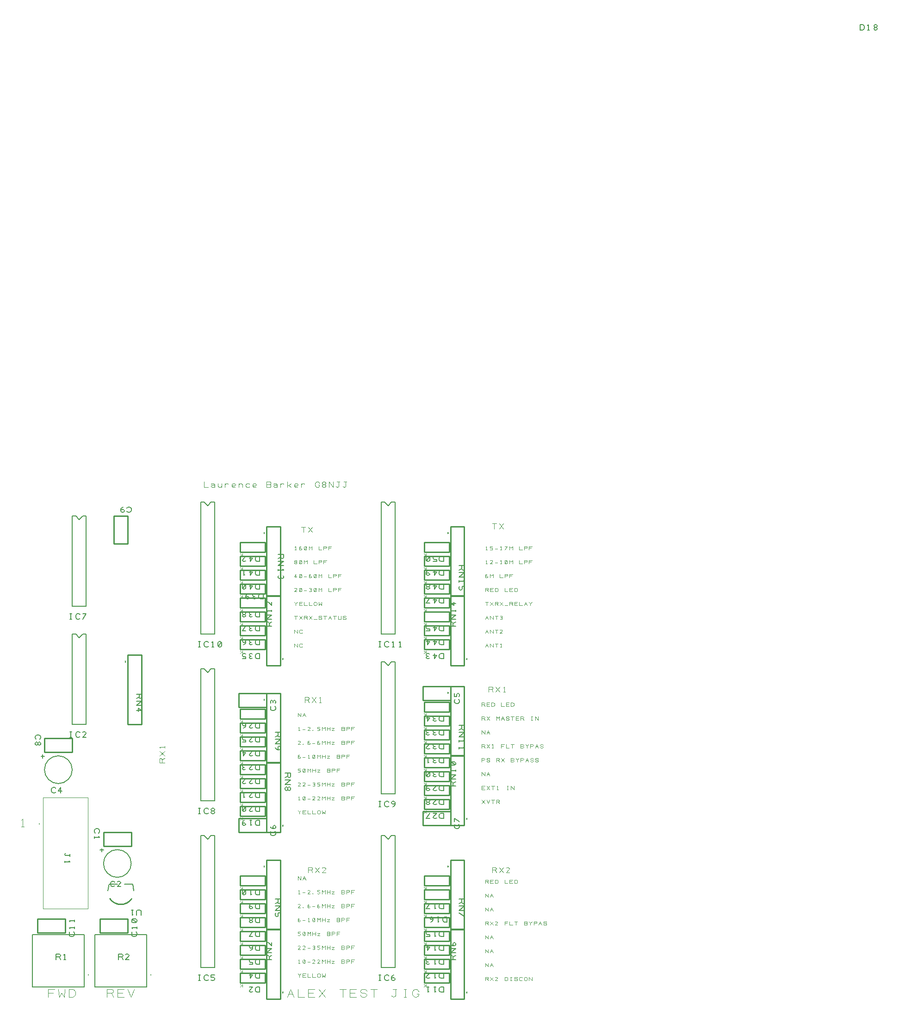
<source format=gbr>
G04 DesignSpark PCB Gerber Version 10.0 Build 5299*
G04 #@! TF.Part,Single*
G04 #@! TF.FileFunction,Legend,Top*
G04 #@! TF.FilePolarity,Positive*
%FSLAX35Y35*%
%MOIN*%
%ADD10C,0.00100*%
%ADD11C,0.00394*%
%ADD13C,0.00500*%
%ADD12C,0.00787*%
%ADD15C,0.00800*%
%ADD14C,0.01000*%
G04 #@! TD.AperFunction*
X0Y0D02*
D02*
D10*
X8687Y131656D02*
X10563D01*
X9625D02*
Y137281D01*
X8687Y136344D01*
X27750Y9156D02*
Y14781D01*
X32437D01*
X31500Y11969D02*
X27750D01*
X35250Y14781D02*
X35719Y9156D01*
X37594Y11969D01*
X39469Y9156D01*
X39937Y14781D01*
X42750Y9156D02*
Y14781D01*
X45563D01*
X46500Y14313D01*
X46969Y13844D01*
X47437Y12906D01*
Y11031D01*
X46969Y10094D01*
X46500Y9625D01*
X45563Y9156D01*
X42750D01*
X70250D02*
Y14781D01*
X73531D01*
X74469Y14313D01*
X74937Y13375D01*
X74469Y12437D01*
X73531Y11969D01*
X70250D01*
X73531D02*
X74937Y9156D01*
X77750D02*
Y14781D01*
X82437D01*
X81500Y11969D02*
X77750D01*
Y9156D02*
X82437D01*
X85250Y14781D02*
X87594Y9156D01*
X89937Y14781D01*
X111813Y177750D02*
X108063D01*
Y179937D01*
X108375Y180563D01*
X109000Y180875D01*
X109625Y180563D01*
X109937Y179937D01*
Y177750D01*
Y179937D02*
X111813Y180875D01*
Y182750D02*
X108063Y185875D01*
Y182750D02*
X111813Y185875D01*
Y188375D02*
Y189625D01*
Y189000D02*
X108063D01*
X108687Y188375D01*
X140250Y379937D02*
Y376187D01*
X143375D01*
X145250Y378375D02*
X145875Y378687D01*
X146813D01*
X147437Y378375D01*
X147750Y377750D01*
Y376813D01*
X147437Y376500D01*
X146813Y376187D01*
X146187D01*
X145563Y376500D01*
X145250Y376813D01*
Y377125D01*
X145563Y377437D01*
X146187Y377750D01*
X146813D01*
X147437Y377437D01*
X147750Y377125D01*
Y376813D02*
Y376187D01*
X150250Y378687D02*
Y377125D01*
X150563Y376500D01*
X151187Y376187D01*
X151813D01*
X152437Y376500D01*
X152750Y377125D01*
Y378687D02*
Y376187D01*
X155250D02*
Y378687D01*
Y377750D02*
X155563Y378375D01*
X156187Y378687D01*
X156813D01*
X157437Y378375D01*
X162750Y376500D02*
X162437Y376187D01*
X161813D01*
X161187D01*
X160563Y376500D01*
X160250Y377125D01*
Y378063D01*
X160563Y378375D01*
X161187Y378687D01*
X161813D01*
X162437Y378375D01*
X162750Y378063D01*
Y377750D01*
X162437Y377437D01*
X161813Y377125D01*
X161187D01*
X160563Y377437D01*
X160250Y377750D01*
X165250Y376187D02*
Y378687D01*
Y377750D02*
X165563Y378375D01*
X166187Y378687D01*
X166813D01*
X167437Y378375D01*
X167750Y377750D01*
Y376187D01*
X172750Y378375D02*
X172125Y378687D01*
X171187D01*
X170563Y378375D01*
X170250Y377750D01*
Y377125D01*
X170563Y376500D01*
X171187Y376187D01*
X172125D01*
X172750Y376500D01*
X177750D02*
X177437Y376187D01*
X176813D01*
X176187D01*
X175563Y376500D01*
X175250Y377125D01*
Y378063D01*
X175563Y378375D01*
X176187Y378687D01*
X176813D01*
X177437Y378375D01*
X177750Y378063D01*
Y377750D01*
X177437Y377437D01*
X176813Y377125D01*
X176187D01*
X175563Y377437D01*
X175250Y377750D01*
X187437Y378063D02*
X188063Y377750D01*
X188375Y377125D01*
X188063Y376500D01*
X187437Y376187D01*
X185250D01*
Y379937D01*
X187437D01*
X188063Y379625D01*
X188375Y379000D01*
X188063Y378375D01*
X187437Y378063D01*
X185250D01*
X190250Y378375D02*
X190875Y378687D01*
X191813D01*
X192437Y378375D01*
X192750Y377750D01*
Y376813D01*
X192437Y376500D01*
X191813Y376187D01*
X191187D01*
X190563Y376500D01*
X190250Y376813D01*
Y377125D01*
X190563Y377437D01*
X191187Y377750D01*
X191813D01*
X192437Y377437D01*
X192750Y377125D01*
Y376813D02*
Y376187D01*
X195250D02*
Y378687D01*
Y377750D02*
X195563Y378375D01*
X196187Y378687D01*
X196813D01*
X197437Y378375D01*
X200250Y376187D02*
Y379937D01*
Y377437D02*
X201187D01*
X202750Y378687D01*
X201187Y377437D02*
X202750Y376187D01*
X207750Y376500D02*
X207437Y376187D01*
X206813D01*
X206187D01*
X205563Y376500D01*
X205250Y377125D01*
Y378063D01*
X205563Y378375D01*
X206187Y378687D01*
X206813D01*
X207437Y378375D01*
X207750Y378063D01*
Y377750D01*
X207437Y377437D01*
X206813Y377125D01*
X206187D01*
X205563Y377437D01*
X205250Y377750D01*
X210250Y376187D02*
Y378687D01*
Y377750D02*
X210563Y378375D01*
X211187Y378687D01*
X211813D01*
X212437Y378375D01*
X222437Y377750D02*
X223375D01*
Y377437D01*
X223063Y376813D01*
X222750Y376500D01*
X222125Y376187D01*
X221500D01*
X220875Y376500D01*
X220563Y376813D01*
X220250Y377437D01*
Y378687D01*
X220563Y379313D01*
X220875Y379625D01*
X221500Y379937D01*
X222125D01*
X222750Y379625D01*
X223063Y379313D01*
X223375Y378687D01*
X226187Y378063D02*
X226813D01*
X227437Y378375D01*
X227750Y379000D01*
X227437Y379625D01*
X226813Y379937D01*
X226187D01*
X225563Y379625D01*
X225250Y379000D01*
X225563Y378375D01*
X226187Y378063D01*
X225563Y377750D01*
X225250Y377125D01*
X225563Y376500D01*
X226187Y376187D01*
X226813D01*
X227437Y376500D01*
X227750Y377125D01*
X227437Y377750D01*
X226813Y378063D01*
X230250Y376187D02*
Y379937D01*
X233375Y376187D01*
Y379937D01*
X235250Y376813D02*
X235563Y376500D01*
X236187Y376187D01*
X236813Y376500D01*
X237125Y376813D01*
Y379937D01*
X237750D01*
X237125D02*
X235875D01*
X240250Y376813D02*
X240563Y376500D01*
X241187Y376187D01*
X241813Y376500D01*
X242125Y376813D01*
Y379937D01*
X242750D01*
X242125D02*
X240875D01*
X167750Y18281D02*
Y16406D01*
Y17344D02*
X167281D01*
X166187Y16406D01*
X167281Y17344D02*
X166187Y18281D01*
X167750Y28281D02*
Y26406D01*
Y27344D02*
X167281D01*
X166187Y26406D01*
X167281Y27344D02*
X166187Y28281D01*
X167750Y38281D02*
Y36406D01*
Y37344D02*
X167281D01*
X166187Y36406D01*
X167281Y37344D02*
X166187Y38281D01*
X167750Y48281D02*
Y46406D01*
Y47344D02*
X167281D01*
X166187Y46406D01*
X167281Y47344D02*
X166187Y48281D01*
X167750Y58281D02*
Y56406D01*
Y57344D02*
X167281D01*
X166187Y56406D01*
X167281Y57344D02*
X166187Y58281D01*
X167750Y68281D02*
Y66406D01*
Y67344D02*
X167281D01*
X166187Y66406D01*
X167281Y67344D02*
X166187Y68281D01*
X167750Y78281D02*
Y76406D01*
Y77344D02*
X167281D01*
X166187Y76406D01*
X167281Y77344D02*
X166187Y78281D01*
X167750Y88281D02*
Y86406D01*
Y87344D02*
X167281D01*
X166187Y86406D01*
X167281Y87344D02*
X166187Y88281D01*
X167750Y138281D02*
Y136406D01*
Y137344D02*
X167281D01*
X166187Y136406D01*
X167281Y137344D02*
X166187Y138281D01*
X167750Y148281D02*
Y146406D01*
Y147344D02*
X167281D01*
X166187Y146406D01*
X167281Y147344D02*
X166187Y148281D01*
X167750Y158281D02*
Y156406D01*
Y157344D02*
X167281D01*
X166187Y156406D01*
X167281Y157344D02*
X166187Y158281D01*
X167750Y168281D02*
Y166406D01*
Y167344D02*
X167281D01*
X166187Y166406D01*
X167281Y167344D02*
X166187Y168281D01*
X167750Y178281D02*
Y176406D01*
Y177344D02*
X167281D01*
X166187Y176406D01*
X167281Y177344D02*
X166187Y178281D01*
X167750Y188281D02*
Y186406D01*
Y187344D02*
X167281D01*
X166187Y186406D01*
X167281Y187344D02*
X166187Y188281D01*
X167750Y198281D02*
Y196406D01*
Y197344D02*
X167281D01*
X166187Y196406D01*
X167281Y197344D02*
X166187Y198281D01*
X167750Y208281D02*
Y206406D01*
Y207344D02*
X167281D01*
X166187Y206406D01*
X167281Y207344D02*
X166187Y208281D01*
X167750Y258281D02*
Y256406D01*
Y257344D02*
X167281D01*
X166187Y256406D01*
X167281Y257344D02*
X166187Y258281D01*
X167750Y268281D02*
Y266406D01*
Y267344D02*
X167281D01*
X166187Y266406D01*
X167281Y267344D02*
X166187Y268281D01*
X167750Y278281D02*
Y276406D01*
Y277344D02*
X167281D01*
X166187Y276406D01*
X167281Y277344D02*
X166187Y278281D01*
X167750Y288281D02*
Y286406D01*
Y287344D02*
X167281D01*
X166187Y286406D01*
X167281Y287344D02*
X166187Y288281D01*
X167750Y298281D02*
Y296406D01*
Y297344D02*
X167281D01*
X166187Y296406D01*
X167281Y297344D02*
X166187Y298281D01*
X167750Y308281D02*
Y306406D01*
Y307344D02*
X167281D01*
X166187Y306406D01*
X167281Y307344D02*
X166187Y308281D01*
X167750Y318281D02*
Y316406D01*
Y317344D02*
X167281D01*
X166187Y316406D01*
X167281Y317344D02*
X166187Y318281D01*
X167750Y328281D02*
Y326406D01*
Y327344D02*
X167281D01*
X166187Y326406D01*
X167281Y327344D02*
X166187Y328281D01*
X200250Y9156D02*
X202594Y14781D01*
X204937Y9156D01*
X201187Y11500D02*
X204000D01*
X207750Y14781D02*
Y9156D01*
X212437D01*
X215250D02*
Y14781D01*
X219937D01*
X219000Y11969D02*
X215250D01*
Y9156D02*
X219937D01*
X222750D02*
X227437Y14781D01*
X222750D02*
X227437Y9156D01*
X240094D02*
Y14781D01*
X237750D02*
X242437D01*
X245250Y9156D02*
Y14781D01*
X249937D01*
X249000Y11969D02*
X245250D01*
Y9156D02*
X249937D01*
X252750Y10563D02*
X253219Y9625D01*
X254156Y9156D01*
X256031D01*
X256969Y9625D01*
X257437Y10563D01*
X256969Y11500D01*
X256031Y11969D01*
X254156D01*
X253219Y12437D01*
X252750Y13375D01*
X253219Y14313D01*
X254156Y14781D01*
X256031D01*
X256969Y14313D01*
X257437Y13375D01*
X262594Y9156D02*
Y14781D01*
X260250D02*
X264937D01*
X275250Y10094D02*
X275719Y9625D01*
X276656Y9156D01*
X277594Y9625D01*
X278063Y10094D01*
Y14781D01*
X279000D01*
X278063D02*
X276187D01*
X284156Y9156D02*
X286031D01*
X285094D02*
Y14781D01*
X284156D02*
X286031D01*
X293531Y11500D02*
X294937D01*
Y11031D01*
X294469Y10094D01*
X294000Y9625D01*
X293063Y9156D01*
X292125D01*
X291187Y9625D01*
X290719Y10094D01*
X290250Y11031D01*
Y12906D01*
X290719Y13844D01*
X291187Y14313D01*
X292125Y14781D01*
X293063D01*
X294000Y14313D01*
X294469Y13844D01*
X294937Y12906D01*
X205250Y260906D02*
Y263531D01*
X207437Y260906D01*
Y263531D01*
X210937Y261344D02*
X210719Y261125D01*
X210281Y260906D01*
X209625D01*
X209187Y261125D01*
X208969Y261344D01*
X208750Y261781D01*
Y262656D01*
X208969Y263094D01*
X209187Y263313D01*
X209625Y263531D01*
X210281D01*
X210719Y263313D01*
X210937Y263094D01*
X205250Y270906D02*
Y273531D01*
X207437Y270906D01*
Y273531D01*
X210937Y271344D02*
X210719Y271125D01*
X210281Y270906D01*
X209625D01*
X209187Y271125D01*
X208969Y271344D01*
X208750Y271781D01*
Y272656D01*
X208969Y273094D01*
X209187Y273313D01*
X209625Y273531D01*
X210281D01*
X210719Y273313D01*
X210937Y273094D01*
X206344Y280906D02*
Y283531D01*
X205250D02*
X207437D01*
X208750Y280906D02*
X210937Y283531D01*
X208750D02*
X210937Y280906D01*
X212250D02*
Y283531D01*
X213781D01*
X214219Y283313D01*
X214437Y282875D01*
X214219Y282437D01*
X213781Y282219D01*
X212250D01*
X213781D02*
X214437Y280906D01*
X215750D02*
X217937Y283531D01*
X215750D02*
X217937Y280906D01*
X219250D02*
X221437D01*
X222750Y281563D02*
X222969Y281125D01*
X223406Y280906D01*
X224281D01*
X224719Y281125D01*
X224937Y281563D01*
X224719Y282000D01*
X224281Y282219D01*
X223406D01*
X222969Y282437D01*
X222750Y282875D01*
X222969Y283313D01*
X223406Y283531D01*
X224281D01*
X224719Y283313D01*
X224937Y282875D01*
X227344Y280906D02*
Y283531D01*
X226250D02*
X228437D01*
X229750Y280906D02*
X230844Y283531D01*
X231937Y280906D01*
X230187Y282000D02*
X231500D01*
X234344Y280906D02*
Y283531D01*
X233250D02*
X235437D01*
X236750D02*
Y281563D01*
X236969Y281125D01*
X237406Y280906D01*
X238281D01*
X238719Y281125D01*
X238937Y281563D01*
Y283531D01*
X240250Y281563D02*
X240469Y281125D01*
X240906Y280906D01*
X241781D01*
X242219Y281125D01*
X242437Y281563D01*
X242219Y282000D01*
X241781Y282219D01*
X240906D01*
X240469Y282437D01*
X240250Y282875D01*
X240469Y283313D01*
X240906Y283531D01*
X241781D01*
X242219Y283313D01*
X242437Y282875D01*
X206344Y290906D02*
Y292219D01*
X205250Y293531D01*
X206344Y292219D02*
X207437Y293531D01*
X208750Y290906D02*
Y293531D01*
X210937D01*
X210500Y292219D02*
X208750D01*
Y290906D02*
X210937D01*
X212250Y293531D02*
Y290906D01*
X214437D01*
X215750Y293531D02*
Y290906D01*
X217937D01*
X219250Y291781D02*
Y292656D01*
X219469Y293094D01*
X219687Y293313D01*
X220125Y293531D01*
X220563D01*
X221000Y293313D01*
X221219Y293094D01*
X221437Y292656D01*
Y291781D01*
X221219Y291344D01*
X221000Y291125D01*
X220563Y290906D01*
X220125D01*
X219687Y291125D01*
X219469Y291344D01*
X219250Y291781D01*
X222750Y293531D02*
X222969Y290906D01*
X223844Y292219D01*
X224719Y290906D01*
X224937Y293531D01*
X207000Y300906D02*
X205250D01*
X206781Y302437D01*
X207000Y302875D01*
X206781Y303313D01*
X206344Y303531D01*
X205687D01*
X205250Y303313D01*
X208969Y301125D02*
X209406Y300906D01*
X209844D01*
X210281Y301125D01*
X210500Y301563D01*
Y302875D01*
X210281Y303313D01*
X209844Y303531D01*
X209406D01*
X208969Y303313D01*
X208750Y302875D01*
Y301563D01*
X208969Y301125D01*
X210281Y303313D01*
X212250Y301781D02*
X214000D01*
X215969Y301125D02*
X216406Y300906D01*
X216844D01*
X217281Y301125D01*
X217500Y301563D01*
X217281Y302000D01*
X216844Y302219D01*
X216406D01*
X216844D02*
X217281Y302437D01*
X217500Y302875D01*
X217281Y303313D01*
X216844Y303531D01*
X216406D01*
X215969Y303313D01*
X219469Y301125D02*
X219906Y300906D01*
X220344D01*
X220781Y301125D01*
X221000Y301563D01*
Y302875D01*
X220781Y303313D01*
X220344Y303531D01*
X219906D01*
X219469Y303313D01*
X219250Y302875D01*
Y301563D01*
X219469Y301125D01*
X220781Y303313D01*
X222750Y300906D02*
Y303531D01*
X223844Y302219D01*
X224937Y303531D01*
Y300906D01*
X229750Y303531D02*
Y300906D01*
X231937D01*
X233250D02*
Y303531D01*
X234781D01*
X235219Y303313D01*
X235437Y302875D01*
X235219Y302437D01*
X234781Y302219D01*
X233250D01*
X236750Y300906D02*
Y303531D01*
X238937D01*
X238500Y302219D02*
X236750D01*
X206344Y310906D02*
Y313531D01*
X205250Y311781D01*
X207000D01*
X208969Y311125D02*
X209406Y310906D01*
X209844D01*
X210281Y311125D01*
X210500Y311563D01*
Y312875D01*
X210281Y313313D01*
X209844Y313531D01*
X209406D01*
X208969Y313313D01*
X208750Y312875D01*
Y311563D01*
X208969Y311125D01*
X210281Y313313D01*
X212250Y311781D02*
X214000D01*
X215750Y311563D02*
X215969Y312000D01*
X216406Y312219D01*
X216844D01*
X217281Y312000D01*
X217500Y311563D01*
X217281Y311125D01*
X216844Y310906D01*
X216406D01*
X215969Y311125D01*
X215750Y311563D01*
Y312219D01*
X215969Y312875D01*
X216406Y313313D01*
X216844Y313531D01*
X219469Y311125D02*
X219906Y310906D01*
X220344D01*
X220781Y311125D01*
X221000Y311563D01*
Y312875D01*
X220781Y313313D01*
X220344Y313531D01*
X219906D01*
X219469Y313313D01*
X219250Y312875D01*
Y311563D01*
X219469Y311125D01*
X220781Y313313D01*
X222750Y310906D02*
Y313531D01*
X223844Y312219D01*
X224937Y313531D01*
Y310906D01*
X229750Y313531D02*
Y310906D01*
X231937D01*
X233250D02*
Y313531D01*
X234781D01*
X235219Y313313D01*
X235437Y312875D01*
X235219Y312437D01*
X234781Y312219D01*
X233250D01*
X236750Y310906D02*
Y313531D01*
X238937D01*
X238500Y312219D02*
X236750D01*
X205906Y322219D02*
X206344D01*
X206781Y322437D01*
X207000Y322875D01*
X206781Y323313D01*
X206344Y323531D01*
X205906D01*
X205469Y323313D01*
X205250Y322875D01*
X205469Y322437D01*
X205906Y322219D01*
X205469Y322000D01*
X205250Y321563D01*
X205469Y321125D01*
X205906Y320906D01*
X206344D01*
X206781Y321125D01*
X207000Y321563D01*
X206781Y322000D01*
X206344Y322219D01*
X208969Y321125D02*
X209406Y320906D01*
X209844D01*
X210281Y321125D01*
X210500Y321563D01*
Y322875D01*
X210281Y323313D01*
X209844Y323531D01*
X209406D01*
X208969Y323313D01*
X208750Y322875D01*
Y321563D01*
X208969Y321125D01*
X210281Y323313D01*
X212250Y320906D02*
Y323531D01*
X213344Y322219D01*
X214437Y323531D01*
Y320906D01*
X219250Y323531D02*
Y320906D01*
X221437D01*
X222750D02*
Y323531D01*
X224281D01*
X224719Y323313D01*
X224937Y322875D01*
X224719Y322437D01*
X224281Y322219D01*
X222750D01*
X226250Y320906D02*
Y323531D01*
X228437D01*
X228000Y322219D02*
X226250D01*
X205687Y330906D02*
X206563D01*
X206125D02*
Y333531D01*
X205687Y333094D01*
X208750Y331563D02*
X208969Y332000D01*
X209406Y332219D01*
X209844D01*
X210281Y332000D01*
X210500Y331563D01*
X210281Y331125D01*
X209844Y330906D01*
X209406D01*
X208969Y331125D01*
X208750Y331563D01*
Y332219D01*
X208969Y332875D01*
X209406Y333313D01*
X209844Y333531D01*
X212469Y331125D02*
X212906Y330906D01*
X213344D01*
X213781Y331125D01*
X214000Y331563D01*
Y332875D01*
X213781Y333313D01*
X213344Y333531D01*
X212906D01*
X212469Y333313D01*
X212250Y332875D01*
Y331563D01*
X212469Y331125D01*
X213781Y333313D01*
X215750Y330906D02*
Y333531D01*
X216844Y332219D01*
X217937Y333531D01*
Y330906D01*
X222750Y333531D02*
Y330906D01*
X224937D01*
X226250D02*
Y333531D01*
X227781D01*
X228219Y333313D01*
X228437Y332875D01*
X228219Y332437D01*
X227781Y332219D01*
X226250D01*
X229750Y330906D02*
Y333531D01*
X231937D01*
X231500Y332219D02*
X229750D01*
X208844Y23406D02*
Y24719D01*
X207750Y26031D01*
X208844Y24719D02*
X209937Y26031D01*
X211250Y23406D02*
Y26031D01*
X213437D01*
X213000Y24719D02*
X211250D01*
Y23406D02*
X213437D01*
X214750Y26031D02*
Y23406D01*
X216937D01*
X218250Y26031D02*
Y23406D01*
X220437D01*
X221750Y24281D02*
Y25156D01*
X221969Y25594D01*
X222187Y25813D01*
X222625Y26031D01*
X223063D01*
X223500Y25813D01*
X223719Y25594D01*
X223937Y25156D01*
Y24281D01*
X223719Y23844D01*
X223500Y23625D01*
X223063Y23406D01*
X222625D01*
X222187Y23625D01*
X221969Y23844D01*
X221750Y24281D01*
X225250Y26031D02*
X225469Y23406D01*
X226344Y24719D01*
X227219Y23406D01*
X227437Y26031D01*
X208187Y33406D02*
X209063D01*
X208625D02*
Y36031D01*
X208187Y35594D01*
X211469Y33625D02*
X211906Y33406D01*
X212344D01*
X212781Y33625D01*
X213000Y34063D01*
Y35375D01*
X212781Y35813D01*
X212344Y36031D01*
X211906D01*
X211469Y35813D01*
X211250Y35375D01*
Y34063D01*
X211469Y33625D01*
X212781Y35813D01*
X214750Y34281D02*
X216500D01*
X220000Y33406D02*
X218250D01*
X219781Y34937D01*
X220000Y35375D01*
X219781Y35813D01*
X219344Y36031D01*
X218687D01*
X218250Y35813D01*
X223500Y33406D02*
X221750D01*
X223281Y34937D01*
X223500Y35375D01*
X223281Y35813D01*
X222844Y36031D01*
X222187D01*
X221750Y35813D01*
X225250Y33406D02*
Y36031D01*
X226344Y34719D01*
X227437Y36031D01*
Y33406D01*
X228750D02*
Y36031D01*
Y34719D02*
X230937D01*
Y33406D02*
Y36031D01*
X232250Y35156D02*
X234000D01*
X232250Y33406D01*
X234000D01*
X240781Y34719D02*
X241219Y34500D01*
X241437Y34063D01*
X241219Y33625D01*
X240781Y33406D01*
X239250D01*
Y36031D01*
X240781D01*
X241219Y35813D01*
X241437Y35375D01*
X241219Y34937D01*
X240781Y34719D01*
X239250D01*
X242750Y33406D02*
Y36031D01*
X244281D01*
X244719Y35813D01*
X244937Y35375D01*
X244719Y34937D01*
X244281Y34719D01*
X242750D01*
X246250Y33406D02*
Y36031D01*
X248437D01*
X248000Y34719D02*
X246250D01*
X209500Y43406D02*
X207750D01*
X209281Y44937D01*
X209500Y45375D01*
X209281Y45813D01*
X208844Y46031D01*
X208187D01*
X207750Y45813D01*
X213000Y43406D02*
X211250D01*
X212781Y44937D01*
X213000Y45375D01*
X212781Y45813D01*
X212344Y46031D01*
X211687D01*
X211250Y45813D01*
X214750Y44281D02*
X216500D01*
X218469Y43625D02*
X218906Y43406D01*
X219344D01*
X219781Y43625D01*
X220000Y44063D01*
X219781Y44500D01*
X219344Y44719D01*
X218906D01*
X219344D02*
X219781Y44937D01*
X220000Y45375D01*
X219781Y45813D01*
X219344Y46031D01*
X218906D01*
X218469Y45813D01*
X221750Y43625D02*
X222187Y43406D01*
X222844D01*
X223281Y43625D01*
X223500Y44063D01*
Y44281D01*
X223281Y44719D01*
X222844Y44937D01*
X221750D01*
Y46031D01*
X223500D01*
X225250Y43406D02*
Y46031D01*
X226344Y44719D01*
X227437Y46031D01*
Y43406D01*
X228750D02*
Y46031D01*
Y44719D02*
X230937D01*
Y43406D02*
Y46031D01*
X232250Y45156D02*
X234000D01*
X232250Y43406D01*
X234000D01*
X240781Y44719D02*
X241219Y44500D01*
X241437Y44063D01*
X241219Y43625D01*
X240781Y43406D01*
X239250D01*
Y46031D01*
X240781D01*
X241219Y45813D01*
X241437Y45375D01*
X241219Y44937D01*
X240781Y44719D01*
X239250D01*
X242750Y43406D02*
Y46031D01*
X244281D01*
X244719Y45813D01*
X244937Y45375D01*
X244719Y44937D01*
X244281Y44719D01*
X242750D01*
X246250Y43406D02*
Y46031D01*
X248437D01*
X248000Y44719D02*
X246250D01*
X207750Y53625D02*
X208187Y53406D01*
X208844D01*
X209281Y53625D01*
X209500Y54063D01*
Y54281D01*
X209281Y54719D01*
X208844Y54937D01*
X207750D01*
Y56031D01*
X209500D01*
X211469Y53625D02*
X211906Y53406D01*
X212344D01*
X212781Y53625D01*
X213000Y54063D01*
Y55375D01*
X212781Y55813D01*
X212344Y56031D01*
X211906D01*
X211469Y55813D01*
X211250Y55375D01*
Y54063D01*
X211469Y53625D01*
X212781Y55813D01*
X214750Y53406D02*
Y56031D01*
X215844Y54719D01*
X216937Y56031D01*
Y53406D01*
X218250D02*
Y56031D01*
Y54719D02*
X220437D01*
Y53406D02*
Y56031D01*
X221750Y55156D02*
X223500D01*
X221750Y53406D01*
X223500D01*
X230281Y54719D02*
X230719Y54500D01*
X230937Y54063D01*
X230719Y53625D01*
X230281Y53406D01*
X228750D01*
Y56031D01*
X230281D01*
X230719Y55813D01*
X230937Y55375D01*
X230719Y54937D01*
X230281Y54719D01*
X228750D01*
X232250Y53406D02*
Y56031D01*
X233781D01*
X234219Y55813D01*
X234437Y55375D01*
X234219Y54937D01*
X233781Y54719D01*
X232250D01*
X235750Y53406D02*
Y56031D01*
X237937D01*
X237500Y54719D02*
X235750D01*
X207750Y64063D02*
X207969Y64500D01*
X208406Y64719D01*
X208844D01*
X209281Y64500D01*
X209500Y64063D01*
X209281Y63625D01*
X208844Y63406D01*
X208406D01*
X207969Y63625D01*
X207750Y64063D01*
Y64719D01*
X207969Y65375D01*
X208406Y65813D01*
X208844Y66031D01*
X211250Y64281D02*
X213000D01*
X215187Y63406D02*
X216063D01*
X215625D02*
Y66031D01*
X215187Y65594D01*
X218469Y63625D02*
X218906Y63406D01*
X219344D01*
X219781Y63625D01*
X220000Y64063D01*
Y65375D01*
X219781Y65813D01*
X219344Y66031D01*
X218906D01*
X218469Y65813D01*
X218250Y65375D01*
Y64063D01*
X218469Y63625D01*
X219781Y65813D01*
X221750Y63406D02*
Y66031D01*
X222844Y64719D01*
X223937Y66031D01*
Y63406D01*
X225250D02*
Y66031D01*
Y64719D02*
X227437D01*
Y63406D02*
Y66031D01*
X228750Y65156D02*
X230500D01*
X228750Y63406D01*
X230500D01*
X237281Y64719D02*
X237719Y64500D01*
X237937Y64063D01*
X237719Y63625D01*
X237281Y63406D01*
X235750D01*
Y66031D01*
X237281D01*
X237719Y65813D01*
X237937Y65375D01*
X237719Y64937D01*
X237281Y64719D01*
X235750D01*
X239250Y63406D02*
Y66031D01*
X240781D01*
X241219Y65813D01*
X241437Y65375D01*
X241219Y64937D01*
X240781Y64719D01*
X239250D01*
X242750Y63406D02*
Y66031D01*
X244937D01*
X244500Y64719D02*
X242750D01*
X209500Y73406D02*
X207750D01*
X209281Y74937D01*
X209500Y75375D01*
X209281Y75813D01*
X208844Y76031D01*
X208187D01*
X207750Y75813D01*
X211469Y73406D02*
X211687Y73625D01*
X211469Y73844D01*
X211250Y73625D01*
X211469Y73406D01*
X214750Y74063D02*
X214969Y74500D01*
X215406Y74719D01*
X215844D01*
X216281Y74500D01*
X216500Y74063D01*
X216281Y73625D01*
X215844Y73406D01*
X215406D01*
X214969Y73625D01*
X214750Y74063D01*
Y74719D01*
X214969Y75375D01*
X215406Y75813D01*
X215844Y76031D01*
X218250Y74281D02*
X220000D01*
X221750Y74063D02*
X221969Y74500D01*
X222406Y74719D01*
X222844D01*
X223281Y74500D01*
X223500Y74063D01*
X223281Y73625D01*
X222844Y73406D01*
X222406D01*
X221969Y73625D01*
X221750Y74063D01*
Y74719D01*
X221969Y75375D01*
X222406Y75813D01*
X222844Y76031D01*
X225250Y73406D02*
Y76031D01*
X226344Y74719D01*
X227437Y76031D01*
Y73406D01*
X228750D02*
Y76031D01*
Y74719D02*
X230937D01*
Y73406D02*
Y76031D01*
X232250Y75156D02*
X234000D01*
X232250Y73406D01*
X234000D01*
X240781Y74719D02*
X241219Y74500D01*
X241437Y74063D01*
X241219Y73625D01*
X240781Y73406D01*
X239250D01*
Y76031D01*
X240781D01*
X241219Y75813D01*
X241437Y75375D01*
X241219Y74937D01*
X240781Y74719D01*
X239250D01*
X242750Y73406D02*
Y76031D01*
X244281D01*
X244719Y75813D01*
X244937Y75375D01*
X244719Y74937D01*
X244281Y74719D01*
X242750D01*
X246250Y73406D02*
Y76031D01*
X248437D01*
X248000Y74719D02*
X246250D01*
X208187Y83406D02*
X209063D01*
X208625D02*
Y86031D01*
X208187Y85594D01*
X211250Y84281D02*
X213000D01*
X216500Y83406D02*
X214750D01*
X216281Y84937D01*
X216500Y85375D01*
X216281Y85813D01*
X215844Y86031D01*
X215187D01*
X214750Y85813D01*
X218469Y83406D02*
X218687Y83625D01*
X218469Y83844D01*
X218250Y83625D01*
X218469Y83406D01*
X221750Y83625D02*
X222187Y83406D01*
X222844D01*
X223281Y83625D01*
X223500Y84063D01*
Y84281D01*
X223281Y84719D01*
X222844Y84937D01*
X221750D01*
Y86031D01*
X223500D01*
X225250Y83406D02*
Y86031D01*
X226344Y84719D01*
X227437Y86031D01*
Y83406D01*
X228750D02*
Y86031D01*
Y84719D02*
X230937D01*
Y83406D02*
Y86031D01*
X232250Y85156D02*
X234000D01*
X232250Y83406D01*
X234000D01*
X240781Y84719D02*
X241219Y84500D01*
X241437Y84063D01*
X241219Y83625D01*
X240781Y83406D01*
X239250D01*
Y86031D01*
X240781D01*
X241219Y85813D01*
X241437Y85375D01*
X241219Y84937D01*
X240781Y84719D01*
X239250D01*
X242750Y83406D02*
Y86031D01*
X244281D01*
X244719Y85813D01*
X244937Y85375D01*
X244719Y84937D01*
X244281Y84719D01*
X242750D01*
X246250Y83406D02*
Y86031D01*
X248437D01*
X248000Y84719D02*
X246250D01*
X207750Y93406D02*
Y96031D01*
X209937Y93406D01*
Y96031D01*
X211250Y93406D02*
X212344Y96031D01*
X213437Y93406D01*
X211687Y94500D02*
X213000D01*
X208844Y140906D02*
Y142219D01*
X207750Y143531D01*
X208844Y142219D02*
X209937Y143531D01*
X211250Y140906D02*
Y143531D01*
X213437D01*
X213000Y142219D02*
X211250D01*
Y140906D02*
X213437D01*
X214750Y143531D02*
Y140906D01*
X216937D01*
X218250Y143531D02*
Y140906D01*
X220437D01*
X221750Y141781D02*
Y142656D01*
X221969Y143094D01*
X222187Y143313D01*
X222625Y143531D01*
X223063D01*
X223500Y143313D01*
X223719Y143094D01*
X223937Y142656D01*
Y141781D01*
X223719Y141344D01*
X223500Y141125D01*
X223063Y140906D01*
X222625D01*
X222187Y141125D01*
X221969Y141344D01*
X221750Y141781D01*
X225250Y143531D02*
X225469Y140906D01*
X226344Y142219D01*
X227219Y140906D01*
X227437Y143531D01*
X208187Y150906D02*
X209063D01*
X208625D02*
Y153531D01*
X208187Y153094D01*
X211469Y151125D02*
X211906Y150906D01*
X212344D01*
X212781Y151125D01*
X213000Y151563D01*
Y152875D01*
X212781Y153313D01*
X212344Y153531D01*
X211906D01*
X211469Y153313D01*
X211250Y152875D01*
Y151563D01*
X211469Y151125D01*
X212781Y153313D01*
X214750Y151781D02*
X216500D01*
X220000Y150906D02*
X218250D01*
X219781Y152437D01*
X220000Y152875D01*
X219781Y153313D01*
X219344Y153531D01*
X218687D01*
X218250Y153313D01*
X223500Y150906D02*
X221750D01*
X223281Y152437D01*
X223500Y152875D01*
X223281Y153313D01*
X222844Y153531D01*
X222187D01*
X221750Y153313D01*
X225250Y150906D02*
Y153531D01*
X226344Y152219D01*
X227437Y153531D01*
Y150906D01*
X228750D02*
Y153531D01*
Y152219D02*
X230937D01*
Y150906D02*
Y153531D01*
X232250Y152656D02*
X234000D01*
X232250Y150906D01*
X234000D01*
X240781Y152219D02*
X241219Y152000D01*
X241437Y151563D01*
X241219Y151125D01*
X240781Y150906D01*
X239250D01*
Y153531D01*
X240781D01*
X241219Y153313D01*
X241437Y152875D01*
X241219Y152437D01*
X240781Y152219D01*
X239250D01*
X242750Y150906D02*
Y153531D01*
X244281D01*
X244719Y153313D01*
X244937Y152875D01*
X244719Y152437D01*
X244281Y152219D01*
X242750D01*
X246250Y150906D02*
Y153531D01*
X248437D01*
X248000Y152219D02*
X246250D01*
X209500Y160906D02*
X207750D01*
X209281Y162437D01*
X209500Y162875D01*
X209281Y163313D01*
X208844Y163531D01*
X208187D01*
X207750Y163313D01*
X213000Y160906D02*
X211250D01*
X212781Y162437D01*
X213000Y162875D01*
X212781Y163313D01*
X212344Y163531D01*
X211687D01*
X211250Y163313D01*
X214750Y161781D02*
X216500D01*
X218469Y161125D02*
X218906Y160906D01*
X219344D01*
X219781Y161125D01*
X220000Y161563D01*
X219781Y162000D01*
X219344Y162219D01*
X218906D01*
X219344D02*
X219781Y162437D01*
X220000Y162875D01*
X219781Y163313D01*
X219344Y163531D01*
X218906D01*
X218469Y163313D01*
X221750Y161125D02*
X222187Y160906D01*
X222844D01*
X223281Y161125D01*
X223500Y161563D01*
Y161781D01*
X223281Y162219D01*
X222844Y162437D01*
X221750D01*
Y163531D01*
X223500D01*
X225250Y160906D02*
Y163531D01*
X226344Y162219D01*
X227437Y163531D01*
Y160906D01*
X228750D02*
Y163531D01*
Y162219D02*
X230937D01*
Y160906D02*
Y163531D01*
X232250Y162656D02*
X234000D01*
X232250Y160906D01*
X234000D01*
X240781Y162219D02*
X241219Y162000D01*
X241437Y161563D01*
X241219Y161125D01*
X240781Y160906D01*
X239250D01*
Y163531D01*
X240781D01*
X241219Y163313D01*
X241437Y162875D01*
X241219Y162437D01*
X240781Y162219D01*
X239250D01*
X242750Y160906D02*
Y163531D01*
X244281D01*
X244719Y163313D01*
X244937Y162875D01*
X244719Y162437D01*
X244281Y162219D01*
X242750D01*
X246250Y160906D02*
Y163531D01*
X248437D01*
X248000Y162219D02*
X246250D01*
X207750Y171125D02*
X208187Y170906D01*
X208844D01*
X209281Y171125D01*
X209500Y171563D01*
Y171781D01*
X209281Y172219D01*
X208844Y172437D01*
X207750D01*
Y173531D01*
X209500D01*
X211469Y171125D02*
X211906Y170906D01*
X212344D01*
X212781Y171125D01*
X213000Y171563D01*
Y172875D01*
X212781Y173313D01*
X212344Y173531D01*
X211906D01*
X211469Y173313D01*
X211250Y172875D01*
Y171563D01*
X211469Y171125D01*
X212781Y173313D01*
X214750Y170906D02*
Y173531D01*
X215844Y172219D01*
X216937Y173531D01*
Y170906D01*
X218250D02*
Y173531D01*
Y172219D02*
X220437D01*
Y170906D02*
Y173531D01*
X221750Y172656D02*
X223500D01*
X221750Y170906D01*
X223500D01*
X230281Y172219D02*
X230719Y172000D01*
X230937Y171563D01*
X230719Y171125D01*
X230281Y170906D01*
X228750D01*
Y173531D01*
X230281D01*
X230719Y173313D01*
X230937Y172875D01*
X230719Y172437D01*
X230281Y172219D01*
X228750D01*
X232250Y170906D02*
Y173531D01*
X233781D01*
X234219Y173313D01*
X234437Y172875D01*
X234219Y172437D01*
X233781Y172219D01*
X232250D01*
X235750Y170906D02*
Y173531D01*
X237937D01*
X237500Y172219D02*
X235750D01*
X207750Y181563D02*
X207969Y182000D01*
X208406Y182219D01*
X208844D01*
X209281Y182000D01*
X209500Y181563D01*
X209281Y181125D01*
X208844Y180906D01*
X208406D01*
X207969Y181125D01*
X207750Y181563D01*
Y182219D01*
X207969Y182875D01*
X208406Y183313D01*
X208844Y183531D01*
X211250Y181781D02*
X213000D01*
X215187Y180906D02*
X216063D01*
X215625D02*
Y183531D01*
X215187Y183094D01*
X218469Y181125D02*
X218906Y180906D01*
X219344D01*
X219781Y181125D01*
X220000Y181563D01*
Y182875D01*
X219781Y183313D01*
X219344Y183531D01*
X218906D01*
X218469Y183313D01*
X218250Y182875D01*
Y181563D01*
X218469Y181125D01*
X219781Y183313D01*
X221750Y180906D02*
Y183531D01*
X222844Y182219D01*
X223937Y183531D01*
Y180906D01*
X225250D02*
Y183531D01*
Y182219D02*
X227437D01*
Y180906D02*
Y183531D01*
X228750Y182656D02*
X230500D01*
X228750Y180906D01*
X230500D01*
X237281Y182219D02*
X237719Y182000D01*
X237937Y181563D01*
X237719Y181125D01*
X237281Y180906D01*
X235750D01*
Y183531D01*
X237281D01*
X237719Y183313D01*
X237937Y182875D01*
X237719Y182437D01*
X237281Y182219D01*
X235750D01*
X239250Y180906D02*
Y183531D01*
X240781D01*
X241219Y183313D01*
X241437Y182875D01*
X241219Y182437D01*
X240781Y182219D01*
X239250D01*
X242750Y180906D02*
Y183531D01*
X244937D01*
X244500Y182219D02*
X242750D01*
X209500Y190906D02*
X207750D01*
X209281Y192437D01*
X209500Y192875D01*
X209281Y193313D01*
X208844Y193531D01*
X208187D01*
X207750Y193313D01*
X211469Y190906D02*
X211687Y191125D01*
X211469Y191344D01*
X211250Y191125D01*
X211469Y190906D01*
X214750Y191563D02*
X214969Y192000D01*
X215406Y192219D01*
X215844D01*
X216281Y192000D01*
X216500Y191563D01*
X216281Y191125D01*
X215844Y190906D01*
X215406D01*
X214969Y191125D01*
X214750Y191563D01*
Y192219D01*
X214969Y192875D01*
X215406Y193313D01*
X215844Y193531D01*
X218250Y191781D02*
X220000D01*
X221750Y191563D02*
X221969Y192000D01*
X222406Y192219D01*
X222844D01*
X223281Y192000D01*
X223500Y191563D01*
X223281Y191125D01*
X222844Y190906D01*
X222406D01*
X221969Y191125D01*
X221750Y191563D01*
Y192219D01*
X221969Y192875D01*
X222406Y193313D01*
X222844Y193531D01*
X225250Y190906D02*
Y193531D01*
X226344Y192219D01*
X227437Y193531D01*
Y190906D01*
X228750D02*
Y193531D01*
Y192219D02*
X230937D01*
Y190906D02*
Y193531D01*
X232250Y192656D02*
X234000D01*
X232250Y190906D01*
X234000D01*
X240781Y192219D02*
X241219Y192000D01*
X241437Y191563D01*
X241219Y191125D01*
X240781Y190906D01*
X239250D01*
Y193531D01*
X240781D01*
X241219Y193313D01*
X241437Y192875D01*
X241219Y192437D01*
X240781Y192219D01*
X239250D01*
X242750Y190906D02*
Y193531D01*
X244281D01*
X244719Y193313D01*
X244937Y192875D01*
X244719Y192437D01*
X244281Y192219D01*
X242750D01*
X246250Y190906D02*
Y193531D01*
X248437D01*
X248000Y192219D02*
X246250D01*
X208187Y200906D02*
X209063D01*
X208625D02*
Y203531D01*
X208187Y203094D01*
X211250Y201781D02*
X213000D01*
X216500Y200906D02*
X214750D01*
X216281Y202437D01*
X216500Y202875D01*
X216281Y203313D01*
X215844Y203531D01*
X215187D01*
X214750Y203313D01*
X218469Y200906D02*
X218687Y201125D01*
X218469Y201344D01*
X218250Y201125D01*
X218469Y200906D01*
X221750Y201125D02*
X222187Y200906D01*
X222844D01*
X223281Y201125D01*
X223500Y201563D01*
Y201781D01*
X223281Y202219D01*
X222844Y202437D01*
X221750D01*
Y203531D01*
X223500D01*
X225250Y200906D02*
Y203531D01*
X226344Y202219D01*
X227437Y203531D01*
Y200906D01*
X228750D02*
Y203531D01*
Y202219D02*
X230937D01*
Y200906D02*
Y203531D01*
X232250Y202656D02*
X234000D01*
X232250Y200906D01*
X234000D01*
X240781Y202219D02*
X241219Y202000D01*
X241437Y201563D01*
X241219Y201125D01*
X240781Y200906D01*
X239250D01*
Y203531D01*
X240781D01*
X241219Y203313D01*
X241437Y202875D01*
X241219Y202437D01*
X240781Y202219D01*
X239250D01*
X242750Y200906D02*
Y203531D01*
X244281D01*
X244719Y203313D01*
X244937Y202875D01*
X244719Y202437D01*
X244281Y202219D01*
X242750D01*
X246250Y200906D02*
Y203531D01*
X248437D01*
X248000Y202219D02*
X246250D01*
X207750Y210906D02*
Y213531D01*
X209937Y210906D01*
Y213531D01*
X211250Y210906D02*
X212344Y213531D01*
X213437Y210906D01*
X211687Y212000D02*
X213000D01*
X211813Y343687D02*
Y347437D01*
X210250D02*
X213375D01*
X215250Y343687D02*
X218375Y347437D01*
X215250D02*
X218375Y343687D01*
X212750Y221187D02*
Y224937D01*
X214937D01*
X215563Y224625D01*
X215875Y224000D01*
X215563Y223375D01*
X214937Y223063D01*
X212750D01*
X214937D02*
X215875Y221187D01*
X217750D02*
X220875Y224937D01*
X217750D02*
X220875Y221187D01*
X223375D02*
X224625D01*
X224000D02*
Y224937D01*
X223375Y224313D01*
X215250Y98687D02*
Y102437D01*
X217437D01*
X218063Y102125D01*
X218375Y101500D01*
X218063Y100875D01*
X217437Y100563D01*
X215250D01*
X217437D02*
X218375Y98687D01*
X220250D02*
X223375Y102437D01*
X220250D02*
X223375Y98687D01*
X227750D02*
X225250D01*
X227437Y100875D01*
X227750Y101500D01*
X227437Y102125D01*
X226813Y102437D01*
X225875D01*
X225250Y102125D01*
X300250Y18281D02*
Y16406D01*
Y17344D02*
X299781D01*
X298687Y16406D01*
X299781Y17344D02*
X298687Y18281D01*
X300250Y28281D02*
Y26406D01*
Y27344D02*
X299781D01*
X298687Y26406D01*
X299781Y27344D02*
X298687Y28281D01*
X300250Y38281D02*
Y36406D01*
Y37344D02*
X299781D01*
X298687Y36406D01*
X299781Y37344D02*
X298687Y38281D01*
X300250Y48281D02*
Y46406D01*
Y47344D02*
X299781D01*
X298687Y46406D01*
X299781Y47344D02*
X298687Y48281D01*
X300250Y58281D02*
Y56406D01*
Y57344D02*
X299781D01*
X298687Y56406D01*
X299781Y57344D02*
X298687Y58281D01*
X300250Y68281D02*
Y66406D01*
Y67344D02*
X299781D01*
X298687Y66406D01*
X299781Y67344D02*
X298687Y68281D01*
X300250Y78281D02*
Y76406D01*
Y77344D02*
X299781D01*
X298687Y76406D01*
X299781Y77344D02*
X298687Y78281D01*
X300250Y88281D02*
Y86406D01*
Y87344D02*
X299781D01*
X298687Y86406D01*
X299781Y87344D02*
X298687Y88281D01*
X300250Y143281D02*
Y141406D01*
Y142344D02*
X299781D01*
X298687Y141406D01*
X299781Y142344D02*
X298687Y143281D01*
X300250Y153281D02*
Y151406D01*
Y152344D02*
X299781D01*
X298687Y151406D01*
X299781Y152344D02*
X298687Y153281D01*
X300250Y163281D02*
Y161406D01*
Y162344D02*
X299781D01*
X298687Y161406D01*
X299781Y162344D02*
X298687Y163281D01*
X300250Y173281D02*
Y171406D01*
Y172344D02*
X299781D01*
X298687Y171406D01*
X299781Y172344D02*
X298687Y173281D01*
X300250Y183281D02*
Y181406D01*
Y182344D02*
X299781D01*
X298687Y181406D01*
X299781Y182344D02*
X298687Y183281D01*
X300250Y193281D02*
Y191406D01*
Y192344D02*
X299781D01*
X298687Y191406D01*
X299781Y192344D02*
X298687Y193281D01*
X300250Y203281D02*
Y201406D01*
Y202344D02*
X299781D01*
X298687Y201406D01*
X299781Y202344D02*
X298687Y203281D01*
X300250Y213281D02*
Y211406D01*
Y212344D02*
X299781D01*
X298687Y211406D01*
X299781Y212344D02*
X298687Y213281D01*
X300250Y258281D02*
Y256406D01*
Y257344D02*
X299781D01*
X298687Y256406D01*
X299781Y257344D02*
X298687Y258281D01*
X300250Y268281D02*
Y266406D01*
Y267344D02*
X299781D01*
X298687Y266406D01*
X299781Y267344D02*
X298687Y268281D01*
X300250Y278281D02*
Y276406D01*
Y277344D02*
X299781D01*
X298687Y276406D01*
X299781Y277344D02*
X298687Y278281D01*
X300250Y288281D02*
Y286406D01*
Y287344D02*
X299781D01*
X298687Y286406D01*
X299781Y287344D02*
X298687Y288281D01*
X300250Y298281D02*
Y296406D01*
Y297344D02*
X299781D01*
X298687Y296406D01*
X299781Y297344D02*
X298687Y298281D01*
X300250Y308281D02*
Y306406D01*
Y307344D02*
X299781D01*
X298687Y306406D01*
X299781Y307344D02*
X298687Y308281D01*
X300250Y318281D02*
Y316406D01*
Y317344D02*
X299781D01*
X298687Y316406D01*
X299781Y317344D02*
X298687Y318281D01*
X300250Y328281D02*
Y326406D01*
Y327344D02*
X299781D01*
X298687Y326406D01*
X299781Y327344D02*
X298687Y328281D01*
X340250Y148406D02*
X342437Y151031D01*
X340250D02*
X342437Y148406D01*
X343750Y151031D02*
X344844Y148406D01*
X345937Y151031D01*
X348344Y148406D02*
Y151031D01*
X347250D02*
X349437D01*
X350750Y148406D02*
Y151031D01*
X352281D01*
X352719Y150813D01*
X352937Y150375D01*
X352719Y149937D01*
X352281Y149719D01*
X350750D01*
X352281D02*
X352937Y148406D01*
X340250Y158406D02*
Y161031D01*
X342437D01*
X342000Y159719D02*
X340250D01*
Y158406D02*
X342437D01*
X343750D02*
X345937Y161031D01*
X343750D02*
X345937Y158406D01*
X348344D02*
Y161031D01*
X347250D02*
X349437D01*
X351187Y158406D02*
X352063D01*
X351625D02*
Y161031D01*
X351187Y160594D01*
X358406Y158406D02*
X359281D01*
X358844D02*
Y161031D01*
X358406D02*
X359281D01*
X361250Y158406D02*
Y161031D01*
X363437Y158406D01*
Y161031D01*
X340250Y168406D02*
Y171031D01*
X342437Y168406D01*
Y171031D01*
X343750Y168406D02*
X344844Y171031D01*
X345937Y168406D01*
X344187Y169500D02*
X345500D01*
X340250Y178406D02*
Y181031D01*
X341781D01*
X342219Y180813D01*
X342437Y180375D01*
X342219Y179937D01*
X341781Y179719D01*
X340250D01*
X343750Y179063D02*
X343969Y178625D01*
X344406Y178406D01*
X345281D01*
X345719Y178625D01*
X345937Y179063D01*
X345719Y179500D01*
X345281Y179719D01*
X344406D01*
X343969Y179937D01*
X343750Y180375D01*
X343969Y180813D01*
X344406Y181031D01*
X345281D01*
X345719Y180813D01*
X345937Y180375D01*
X350750Y178406D02*
Y181031D01*
X352281D01*
X352719Y180813D01*
X352937Y180375D01*
X352719Y179937D01*
X352281Y179719D01*
X350750D01*
X352281D02*
X352937Y178406D01*
X354250D02*
X356437Y181031D01*
X354250D02*
X356437Y178406D01*
X362781Y179719D02*
X363219Y179500D01*
X363437Y179063D01*
X363219Y178625D01*
X362781Y178406D01*
X361250D01*
Y181031D01*
X362781D01*
X363219Y180813D01*
X363437Y180375D01*
X363219Y179937D01*
X362781Y179719D01*
X361250D01*
X365844Y178406D02*
Y179719D01*
X364750Y181031D01*
X365844Y179719D02*
X366937Y181031D01*
X368250Y178406D02*
Y181031D01*
X369781D01*
X370219Y180813D01*
X370437Y180375D01*
X370219Y179937D01*
X369781Y179719D01*
X368250D01*
X371750Y178406D02*
X372844Y181031D01*
X373937Y178406D01*
X372187Y179500D02*
X373500D01*
X375250Y179063D02*
X375469Y178625D01*
X375906Y178406D01*
X376781D01*
X377219Y178625D01*
X377437Y179063D01*
X377219Y179500D01*
X376781Y179719D01*
X375906D01*
X375469Y179937D01*
X375250Y180375D01*
X375469Y180813D01*
X375906Y181031D01*
X376781D01*
X377219Y180813D01*
X377437Y180375D01*
X378750Y179063D02*
X378969Y178625D01*
X379406Y178406D01*
X380281D01*
X380719Y178625D01*
X380937Y179063D01*
X380719Y179500D01*
X380281Y179719D01*
X379406D01*
X378969Y179937D01*
X378750Y180375D01*
X378969Y180813D01*
X379406Y181031D01*
X380281D01*
X380719Y180813D01*
X380937Y180375D01*
X340250Y188406D02*
Y191031D01*
X341781D01*
X342219Y190813D01*
X342437Y190375D01*
X342219Y189937D01*
X341781Y189719D01*
X340250D01*
X341781D02*
X342437Y188406D01*
X343750D02*
X345937Y191031D01*
X343750D02*
X345937Y188406D01*
X347687D02*
X348563D01*
X348125D02*
Y191031D01*
X347687Y190594D01*
X354250Y188406D02*
Y191031D01*
X356437D01*
X356000Y189719D02*
X354250D01*
X357750Y191031D02*
Y188406D01*
X359937D01*
X362344D02*
Y191031D01*
X361250D02*
X363437D01*
X369781Y189719D02*
X370219Y189500D01*
X370437Y189063D01*
X370219Y188625D01*
X369781Y188406D01*
X368250D01*
Y191031D01*
X369781D01*
X370219Y190813D01*
X370437Y190375D01*
X370219Y189937D01*
X369781Y189719D01*
X368250D01*
X372844Y188406D02*
Y189719D01*
X371750Y191031D01*
X372844Y189719D02*
X373937Y191031D01*
X375250Y188406D02*
Y191031D01*
X376781D01*
X377219Y190813D01*
X377437Y190375D01*
X377219Y189937D01*
X376781Y189719D01*
X375250D01*
X378750Y188406D02*
X379844Y191031D01*
X380937Y188406D01*
X379187Y189500D02*
X380500D01*
X382250Y189063D02*
X382469Y188625D01*
X382906Y188406D01*
X383781D01*
X384219Y188625D01*
X384437Y189063D01*
X384219Y189500D01*
X383781Y189719D01*
X382906D01*
X382469Y189937D01*
X382250Y190375D01*
X382469Y190813D01*
X382906Y191031D01*
X383781D01*
X384219Y190813D01*
X384437Y190375D01*
X340250Y198406D02*
Y201031D01*
X342437Y198406D01*
Y201031D01*
X343750Y198406D02*
X344844Y201031D01*
X345937Y198406D01*
X344187Y199500D02*
X345500D01*
X340250Y208406D02*
Y211031D01*
X341781D01*
X342219Y210813D01*
X342437Y210375D01*
X342219Y209937D01*
X341781Y209719D01*
X340250D01*
X341781D02*
X342437Y208406D01*
X343750D02*
X345937Y211031D01*
X343750D02*
X345937Y208406D01*
X350750D02*
Y211031D01*
X351844Y209719D01*
X352937Y211031D01*
Y208406D01*
X354250D02*
X355344Y211031D01*
X356437Y208406D01*
X354687Y209500D02*
X356000D01*
X357750Y209063D02*
X357969Y208625D01*
X358406Y208406D01*
X359281D01*
X359719Y208625D01*
X359937Y209063D01*
X359719Y209500D01*
X359281Y209719D01*
X358406D01*
X357969Y209937D01*
X357750Y210375D01*
X357969Y210813D01*
X358406Y211031D01*
X359281D01*
X359719Y210813D01*
X359937Y210375D01*
X362344Y208406D02*
Y211031D01*
X361250D02*
X363437D01*
X364750Y208406D02*
Y211031D01*
X366937D01*
X366500Y209719D02*
X364750D01*
Y208406D02*
X366937D01*
X368250D02*
Y211031D01*
X369781D01*
X370219Y210813D01*
X370437Y210375D01*
X370219Y209937D01*
X369781Y209719D01*
X368250D01*
X369781D02*
X370437Y208406D01*
X375906D02*
X376781D01*
X376344D02*
Y211031D01*
X375906D02*
X376781D01*
X378750Y208406D02*
Y211031D01*
X380937Y208406D01*
Y211031D01*
X340250Y218406D02*
Y221031D01*
X341781D01*
X342219Y220813D01*
X342437Y220375D01*
X342219Y219937D01*
X341781Y219719D01*
X340250D01*
X341781D02*
X342437Y218406D01*
X343750D02*
Y221031D01*
X345937D01*
X345500Y219719D02*
X343750D01*
Y218406D02*
X345937D01*
X347250D02*
Y221031D01*
X348563D01*
X349000Y220813D01*
X349219Y220594D01*
X349437Y220156D01*
Y219281D01*
X349219Y218844D01*
X349000Y218625D01*
X348563Y218406D01*
X347250D01*
X354250Y221031D02*
Y218406D01*
X356437D01*
X357750D02*
Y221031D01*
X359937D01*
X359500Y219719D02*
X357750D01*
Y218406D02*
X359937D01*
X361250D02*
Y221031D01*
X362563D01*
X363000Y220813D01*
X363219Y220594D01*
X363437Y220156D01*
Y219281D01*
X363219Y218844D01*
X363000Y218625D01*
X362563Y218406D01*
X361250D01*
X342750Y20906D02*
Y23531D01*
X344281D01*
X344719Y23313D01*
X344937Y22875D01*
X344719Y22437D01*
X344281Y22219D01*
X342750D01*
X344281D02*
X344937Y20906D01*
X346250D02*
X348437Y23531D01*
X346250D02*
X348437Y20906D01*
X351500D02*
X349750D01*
X351281Y22437D01*
X351500Y22875D01*
X351281Y23313D01*
X350844Y23531D01*
X350187D01*
X349750Y23313D01*
X356750Y20906D02*
Y23531D01*
X358063D01*
X358500Y23313D01*
X358719Y23094D01*
X358937Y22656D01*
Y21781D01*
X358719Y21344D01*
X358500Y21125D01*
X358063Y20906D01*
X356750D01*
X360906D02*
X361781D01*
X361344D02*
Y23531D01*
X360906D02*
X361781D01*
X363750Y21563D02*
X363969Y21125D01*
X364406Y20906D01*
X365281D01*
X365719Y21125D01*
X365937Y21563D01*
X365719Y22000D01*
X365281Y22219D01*
X364406D01*
X363969Y22437D01*
X363750Y22875D01*
X363969Y23313D01*
X364406Y23531D01*
X365281D01*
X365719Y23313D01*
X365937Y22875D01*
X369437Y21344D02*
X369219Y21125D01*
X368781Y20906D01*
X368125D01*
X367687Y21125D01*
X367469Y21344D01*
X367250Y21781D01*
Y22656D01*
X367469Y23094D01*
X367687Y23313D01*
X368125Y23531D01*
X368781D01*
X369219Y23313D01*
X369437Y23094D01*
X370750Y21781D02*
Y22656D01*
X370969Y23094D01*
X371187Y23313D01*
X371625Y23531D01*
X372063D01*
X372500Y23313D01*
X372719Y23094D01*
X372937Y22656D01*
Y21781D01*
X372719Y21344D01*
X372500Y21125D01*
X372063Y20906D01*
X371625D01*
X371187Y21125D01*
X370969Y21344D01*
X370750Y21781D01*
X374250Y20906D02*
Y23531D01*
X376437Y20906D01*
Y23531D01*
X342750Y30906D02*
Y33531D01*
X344937Y30906D01*
Y33531D01*
X346250Y30906D02*
X347344Y33531D01*
X348437Y30906D01*
X346687Y32000D02*
X348000D01*
X342750Y40906D02*
Y43531D01*
X344937Y40906D01*
Y43531D01*
X346250Y40906D02*
X347344Y43531D01*
X348437Y40906D01*
X346687Y42000D02*
X348000D01*
X342750Y50906D02*
Y53531D01*
X344937Y50906D01*
Y53531D01*
X346250Y50906D02*
X347344Y53531D01*
X348437Y50906D01*
X346687Y52000D02*
X348000D01*
X342750Y60906D02*
Y63531D01*
X344281D01*
X344719Y63313D01*
X344937Y62875D01*
X344719Y62437D01*
X344281Y62219D01*
X342750D01*
X344281D02*
X344937Y60906D01*
X346250D02*
X348437Y63531D01*
X346250D02*
X348437Y60906D01*
X351500D02*
X349750D01*
X351281Y62437D01*
X351500Y62875D01*
X351281Y63313D01*
X350844Y63531D01*
X350187D01*
X349750Y63313D01*
X356750Y60906D02*
Y63531D01*
X358937D01*
X358500Y62219D02*
X356750D01*
X360250Y63531D02*
Y60906D01*
X362437D01*
X364844D02*
Y63531D01*
X363750D02*
X365937D01*
X372281Y62219D02*
X372719Y62000D01*
X372937Y61563D01*
X372719Y61125D01*
X372281Y60906D01*
X370750D01*
Y63531D01*
X372281D01*
X372719Y63313D01*
X372937Y62875D01*
X372719Y62437D01*
X372281Y62219D01*
X370750D01*
X375344Y60906D02*
Y62219D01*
X374250Y63531D01*
X375344Y62219D02*
X376437Y63531D01*
X377750Y60906D02*
Y63531D01*
X379281D01*
X379719Y63313D01*
X379937Y62875D01*
X379719Y62437D01*
X379281Y62219D01*
X377750D01*
X381250Y60906D02*
X382344Y63531D01*
X383437Y60906D01*
X381687Y62000D02*
X383000D01*
X384750Y61563D02*
X384969Y61125D01*
X385406Y60906D01*
X386281D01*
X386719Y61125D01*
X386937Y61563D01*
X386719Y62000D01*
X386281Y62219D01*
X385406D01*
X384969Y62437D01*
X384750Y62875D01*
X384969Y63313D01*
X385406Y63531D01*
X386281D01*
X386719Y63313D01*
X386937Y62875D01*
X342750Y70906D02*
Y73531D01*
X344937Y70906D01*
Y73531D01*
X346250Y70906D02*
X347344Y73531D01*
X348437Y70906D01*
X346687Y72000D02*
X348000D01*
X342750Y80906D02*
Y83531D01*
X344937Y80906D01*
Y83531D01*
X346250Y80906D02*
X347344Y83531D01*
X348437Y80906D01*
X346687Y82000D02*
X348000D01*
X342750Y90906D02*
Y93531D01*
X344281D01*
X344719Y93313D01*
X344937Y92875D01*
X344719Y92437D01*
X344281Y92219D01*
X342750D01*
X344281D02*
X344937Y90906D01*
X346250D02*
Y93531D01*
X348437D01*
X348000Y92219D02*
X346250D01*
Y90906D02*
X348437D01*
X349750D02*
Y93531D01*
X351063D01*
X351500Y93313D01*
X351719Y93094D01*
X351937Y92656D01*
Y91781D01*
X351719Y91344D01*
X351500Y91125D01*
X351063Y90906D01*
X349750D01*
X356750Y93531D02*
Y90906D01*
X358937D01*
X360250D02*
Y93531D01*
X362437D01*
X362000Y92219D02*
X360250D01*
Y90906D02*
X362437D01*
X363750D02*
Y93531D01*
X365063D01*
X365500Y93313D01*
X365719Y93094D01*
X365937Y92656D01*
Y91781D01*
X365719Y91344D01*
X365500Y91125D01*
X365063Y90906D01*
X363750D01*
X342750Y260906D02*
X343844Y263531D01*
X344937Y260906D01*
X343187Y262000D02*
X344500D01*
X346250Y260906D02*
Y263531D01*
X348437Y260906D01*
Y263531D01*
X350844Y260906D02*
Y263531D01*
X349750D02*
X351937D01*
X353687Y260906D02*
X354563D01*
X354125D02*
Y263531D01*
X353687Y263094D01*
X342750Y270906D02*
X343844Y273531D01*
X344937Y270906D01*
X343187Y272000D02*
X344500D01*
X346250Y270906D02*
Y273531D01*
X348437Y270906D01*
Y273531D01*
X350844Y270906D02*
Y273531D01*
X349750D02*
X351937D01*
X355000Y270906D02*
X353250D01*
X354781Y272437D01*
X355000Y272875D01*
X354781Y273313D01*
X354344Y273531D01*
X353687D01*
X353250Y273313D01*
X342750Y280906D02*
X343844Y283531D01*
X344937Y280906D01*
X343187Y282000D02*
X344500D01*
X346250Y280906D02*
Y283531D01*
X348437Y280906D01*
Y283531D01*
X350844Y280906D02*
Y283531D01*
X349750D02*
X351937D01*
X353469Y281125D02*
X353906Y280906D01*
X354344D01*
X354781Y281125D01*
X355000Y281563D01*
X354781Y282000D01*
X354344Y282219D01*
X353906D01*
X354344D02*
X354781Y282437D01*
X355000Y282875D01*
X354781Y283313D01*
X354344Y283531D01*
X353906D01*
X353469Y283313D01*
X343844Y290906D02*
Y293531D01*
X342750D02*
X344937D01*
X346250Y290906D02*
X348437Y293531D01*
X346250D02*
X348437Y290906D01*
X349750D02*
Y293531D01*
X351281D01*
X351719Y293313D01*
X351937Y292875D01*
X351719Y292437D01*
X351281Y292219D01*
X349750D01*
X351281D02*
X351937Y290906D01*
X353250D02*
X355437Y293531D01*
X353250D02*
X355437Y290906D01*
X356750D02*
X358937D01*
X360250D02*
Y293531D01*
X361781D01*
X362219Y293313D01*
X362437Y292875D01*
X362219Y292437D01*
X361781Y292219D01*
X360250D01*
X361781D02*
X362437Y290906D01*
X363750D02*
Y293531D01*
X365937D01*
X365500Y292219D02*
X363750D01*
Y290906D02*
X365937D01*
X367250Y293531D02*
Y290906D01*
X369437D01*
X370750D02*
X371844Y293531D01*
X372937Y290906D01*
X371187Y292000D02*
X372500D01*
X375344Y290906D02*
Y292219D01*
X374250Y293531D01*
X375344Y292219D02*
X376437Y293531D01*
X342750Y300906D02*
Y303531D01*
X344281D01*
X344719Y303313D01*
X344937Y302875D01*
X344719Y302437D01*
X344281Y302219D01*
X342750D01*
X344281D02*
X344937Y300906D01*
X346250D02*
Y303531D01*
X348437D01*
X348000Y302219D02*
X346250D01*
Y300906D02*
X348437D01*
X349750D02*
Y303531D01*
X351063D01*
X351500Y303313D01*
X351719Y303094D01*
X351937Y302656D01*
Y301781D01*
X351719Y301344D01*
X351500Y301125D01*
X351063Y300906D01*
X349750D01*
X356750Y303531D02*
Y300906D01*
X358937D01*
X360250D02*
Y303531D01*
X362437D01*
X362000Y302219D02*
X360250D01*
Y300906D02*
X362437D01*
X363750D02*
Y303531D01*
X365063D01*
X365500Y303313D01*
X365719Y303094D01*
X365937Y302656D01*
Y301781D01*
X365719Y301344D01*
X365500Y301125D01*
X365063Y300906D01*
X363750D01*
X342750Y311563D02*
X342969Y312000D01*
X343406Y312219D01*
X343844D01*
X344281Y312000D01*
X344500Y311563D01*
X344281Y311125D01*
X343844Y310906D01*
X343406D01*
X342969Y311125D01*
X342750Y311563D01*
Y312219D01*
X342969Y312875D01*
X343406Y313313D01*
X343844Y313531D01*
X346250Y310906D02*
Y313531D01*
X347344Y312219D01*
X348437Y313531D01*
Y310906D01*
X353250Y313531D02*
Y310906D01*
X355437D01*
X356750D02*
Y313531D01*
X358281D01*
X358719Y313313D01*
X358937Y312875D01*
X358719Y312437D01*
X358281Y312219D01*
X356750D01*
X360250Y310906D02*
Y313531D01*
X362437D01*
X362000Y312219D02*
X360250D01*
X343187Y320906D02*
X344063D01*
X343625D02*
Y323531D01*
X343187Y323094D01*
X348000Y320906D02*
X346250D01*
X347781Y322437D01*
X348000Y322875D01*
X347781Y323313D01*
X347344Y323531D01*
X346687D01*
X346250Y323313D01*
X349750Y321781D02*
X351500D01*
X353687Y320906D02*
X354563D01*
X354125D02*
Y323531D01*
X353687Y323094D01*
X356969Y321125D02*
X357406Y320906D01*
X357844D01*
X358281Y321125D01*
X358500Y321563D01*
Y322875D01*
X358281Y323313D01*
X357844Y323531D01*
X357406D01*
X356969Y323313D01*
X356750Y322875D01*
Y321563D01*
X356969Y321125D01*
X358281Y323313D01*
X360250Y320906D02*
Y323531D01*
X361344Y322219D01*
X362437Y323531D01*
Y320906D01*
X367250Y323531D02*
Y320906D01*
X369437D01*
X370750D02*
Y323531D01*
X372281D01*
X372719Y323313D01*
X372937Y322875D01*
X372719Y322437D01*
X372281Y322219D01*
X370750D01*
X374250Y320906D02*
Y323531D01*
X376437D01*
X376000Y322219D02*
X374250D01*
X343187Y330906D02*
X344063D01*
X343625D02*
Y333531D01*
X343187Y333094D01*
X346250Y331125D02*
X346687Y330906D01*
X347344D01*
X347781Y331125D01*
X348000Y331563D01*
Y331781D01*
X347781Y332219D01*
X347344Y332437D01*
X346250D01*
Y333531D01*
X348000D01*
X349750Y331781D02*
X351500D01*
X353687Y330906D02*
X354563D01*
X354125D02*
Y333531D01*
X353687Y333094D01*
X356750Y330906D02*
X358500Y333531D01*
X356750D01*
X360250Y330906D02*
Y333531D01*
X361344Y332219D01*
X362437Y333531D01*
Y330906D01*
X367250Y333531D02*
Y330906D01*
X369437D01*
X370750D02*
Y333531D01*
X372281D01*
X372719Y333313D01*
X372937Y332875D01*
X372719Y332437D01*
X372281Y332219D01*
X370750D01*
X374250Y330906D02*
Y333531D01*
X376437D01*
X376000Y332219D02*
X374250D01*
X345250Y228687D02*
Y232437D01*
X347437D01*
X348063Y232125D01*
X348375Y231500D01*
X348063Y230875D01*
X347437Y230563D01*
X345250D01*
X347437D02*
X348375Y228687D01*
X350250D02*
X353375Y232437D01*
X350250D02*
X353375Y228687D01*
X355875D02*
X357125D01*
X356500D02*
Y232437D01*
X355875Y231813D01*
X347750Y98687D02*
Y102437D01*
X349937D01*
X350563Y102125D01*
X350875Y101500D01*
X350563Y100875D01*
X349937Y100563D01*
X347750D01*
X349937D02*
X350875Y98687D01*
X352750D02*
X355875Y102437D01*
X352750D02*
X355875Y98687D01*
X360250D02*
X357750D01*
X359937Y100875D01*
X360250Y101500D01*
X359937Y102125D01*
X359313Y102437D01*
X358375D01*
X357750Y102125D01*
X349313Y346187D02*
Y349937D01*
X347750D02*
X350875D01*
X352750Y346187D02*
X355875Y349937D01*
X352750D02*
X355875Y346187D01*
D02*
D11*
X56392Y152789D02*
Y72711D01*
X24108D01*
Y152789D01*
X56392D01*
D02*
D12*
X16510Y16510D02*
Y53990D01*
X53990D01*
Y16510D01*
X16510D01*
X21470Y133537D02*
G75*
G02*
Y133931I0J197D01*
G01*
G75*
G03*
Y133537I0J-197D01*
G01*
Y133931D02*
G75*
G02*
Y133537I0J-197D01*
G01*
Y133931D02*
X57195Y25037D02*
G75*
G02*
X56872I-162J0D01*
G01*
X57195D02*
G75*
G02*
X56872I-162J0D01*
G01*
G75*
G02*
X57195I162J0D01*
G01*
X61510Y16510D02*
Y53990D01*
X98990D01*
Y16510D01*
X61510D01*
X102195Y25037D02*
G75*
G02*
X101872I-162J0D01*
G01*
X102195D02*
G75*
G02*
X101872I-162J0D01*
G01*
G75*
G02*
X102195I162J0D01*
G01*
D02*
D13*
X19313Y194625D02*
X19000Y194937D01*
X18687Y195563D01*
Y196500D01*
X19000Y197125D01*
X19313Y197437D01*
X19937Y197750D01*
X21187D01*
X21813Y197437D01*
X22125Y197125D01*
X22437Y196500D01*
Y195563D01*
X22125Y194937D01*
X21813Y194625D01*
X20563Y191813D02*
Y191187D01*
X20875Y190563D01*
X21500Y190250D01*
X22125Y190563D01*
X22437Y191187D01*
Y191813D01*
X22125Y192437D01*
X21500Y192750D01*
X20875Y192437D01*
X20563Y191813D01*
X20250Y192437D01*
X19625Y192750D01*
X19000Y192437D01*
X18687Y191813D01*
Y191187D01*
X19000Y190563D01*
X19625Y190250D01*
X20250Y190563D01*
X20563Y191187D01*
X22750Y182437D02*
X25250D01*
X24000Y181187D02*
Y183687D01*
X25250Y172750D02*
G75*
G02*
X35250Y182750I10000J0D01*
G01*
G75*
G02*
X45250Y172750I0J-10000D01*
G01*
G75*
G02*
X35250Y162750I-10000J0D01*
G01*
G75*
G02*
X25250Y172750I0J10000D01*
G01*
X33375Y156813D02*
X33063Y156500D01*
X32437Y156187D01*
X31500D01*
X30875Y156500D01*
X30563Y156813D01*
X30250Y157437D01*
Y158687D01*
X30563Y159313D01*
X30875Y159625D01*
X31500Y159937D01*
X32437D01*
X33063Y159625D01*
X33375Y159313D01*
X36813Y156187D02*
Y159937D01*
X35250Y157437D01*
X37750D01*
X33656Y36152D02*
Y39902D01*
X35843D01*
X36468Y39590D01*
X36781Y38965D01*
X36468Y38340D01*
X35843Y38027D01*
X33656D01*
X35843D02*
X36781Y36152D01*
X39281D02*
X40531D01*
X39906D02*
Y39902D01*
X39281Y39277D01*
X40395Y112750D02*
X40083Y112437D01*
X39770Y111813D01*
X40083Y111187D01*
X40395Y110875D01*
X43520D01*
Y110250D01*
Y110875D02*
Y112125D01*
X39770Y107125D02*
Y105875D01*
Y106500D02*
X43520D01*
X42895Y107125D01*
X43687Y196187D02*
X44937D01*
X44313D02*
Y199937D01*
X43687D02*
X44937D01*
X50875Y196813D02*
X50563Y196500D01*
X49937Y196187D01*
X49000D01*
X48375Y196500D01*
X48063Y196813D01*
X47750Y197437D01*
Y198687D01*
X48063Y199313D01*
X48375Y199625D01*
X49000Y199937D01*
X49937D01*
X50563Y199625D01*
X50875Y199313D01*
X55250Y196187D02*
X52750D01*
X54937Y198375D01*
X55250Y199000D01*
X54937Y199625D01*
X54313Y199937D01*
X53375D01*
X52750Y199625D01*
X43687Y281187D02*
X44937D01*
X44313D02*
Y284937D01*
X43687D02*
X44937D01*
X50875Y281813D02*
X50563Y281500D01*
X49937Y281187D01*
X49000D01*
X48375Y281500D01*
X48063Y281813D01*
X47750Y282437D01*
Y283687D01*
X48063Y284313D01*
X48375Y284625D01*
X49000Y284937D01*
X49937D01*
X50563Y284625D01*
X50875Y284313D01*
X52750Y281187D02*
X55250Y284937D01*
X52750D01*
X45250Y205250D02*
Y270250D01*
X47750D01*
X50250Y267750D01*
X52750Y270250D01*
X55250D01*
Y205250D01*
X45250D01*
Y290250D02*
Y355250D01*
X47750D01*
X50250Y352750D01*
X52750Y355250D01*
X55250D01*
Y290250D01*
X45250D01*
X46187Y55875D02*
X46500Y55563D01*
X46813Y54937D01*
Y54000D01*
X46500Y53375D01*
X46187Y53063D01*
X45563Y52750D01*
X44313D01*
X43687Y53063D01*
X43375Y53375D01*
X43063Y54000D01*
Y54937D01*
X43375Y55563D01*
X43687Y55875D01*
X46813Y58375D02*
Y59625D01*
Y59000D02*
X43063D01*
X43687Y58375D01*
X46813Y63375D02*
Y64625D01*
Y64000D02*
X43063D01*
X43687Y63375D01*
X61813Y127125D02*
X61500Y127437D01*
X61187Y128063D01*
Y129000D01*
X61500Y129625D01*
X61813Y129937D01*
X62437Y130250D01*
X63687D01*
X64313Y129937D01*
X64625Y129625D01*
X64937Y129000D01*
Y128063D01*
X64625Y127437D01*
X64313Y127125D01*
X61187Y124625D02*
Y123375D01*
Y124000D02*
X64937D01*
X64313Y124625D01*
X65250Y114937D02*
X67750D01*
X66500Y113687D02*
Y116187D01*
X67750Y105250D02*
G75*
G02*
X77750Y115250I10000J0D01*
G01*
G75*
G02*
X87750Y105250I0J-10000D01*
G01*
G75*
G02*
X77750Y95250I-10000J0D01*
G01*
G75*
G02*
X67750Y105250I0J10000D01*
G01*
X75875Y89313D02*
X75563Y89000D01*
X74937Y88687D01*
X74000D01*
X73375Y89000D01*
X73063Y89313D01*
X72750Y89937D01*
Y91187D01*
X73063Y91813D01*
X73375Y92125D01*
X74000Y92437D01*
X74937D01*
X75563Y92125D01*
X75875Y91813D01*
X80250Y88687D02*
X77750D01*
X79937Y90875D01*
X80250Y91500D01*
X79937Y92125D01*
X79313Y92437D01*
X78375D01*
X77750Y92125D01*
X78656Y36152D02*
Y39902D01*
X80843D01*
X81468Y39590D01*
X81781Y38965D01*
X81468Y38340D01*
X80843Y38027D01*
X78656D01*
X80843D02*
X81781Y36152D01*
X86156D02*
X83656D01*
X85843Y38340D01*
X86156Y38965D01*
X85843Y39590D01*
X85218Y39902D01*
X84281D01*
X83656Y39590D01*
X84625Y361187D02*
X84937Y361500D01*
X85563Y361813D01*
X86500D01*
X87125Y361500D01*
X87437Y361187D01*
X87750Y360563D01*
Y359313D01*
X87437Y358687D01*
X87125Y358375D01*
X86500Y358063D01*
X85563D01*
X84937Y358375D01*
X84625Y358687D01*
X81813Y361813D02*
X81187Y361500D01*
X80563Y360875D01*
X80250Y359937D01*
Y359000D01*
X80563Y358375D01*
X81187Y358063D01*
X81813D01*
X82437Y358375D01*
X82750Y359000D01*
X82437Y359625D01*
X81813Y359937D01*
X81187D01*
X80563Y359625D01*
X80250Y359000D01*
X94750Y68063D02*
Y70875D01*
X94437Y71500D01*
X93813Y71813D01*
X92563D01*
X91937Y71500D01*
X91625Y70875D01*
Y68063D01*
X89125Y71813D02*
X87875D01*
X88500D02*
Y68063D01*
X89125Y68687D01*
X94750Y68063D02*
Y70875D01*
X94437Y71500D01*
X93813Y71813D01*
X92563D01*
X91937Y71500D01*
X91625Y70875D01*
Y68063D01*
X89125Y71813D02*
X87875D01*
X88500D02*
Y68063D01*
X89125Y68687D01*
X91515Y227077D02*
X95265D01*
Y224889D01*
X94953Y224264D01*
X94328Y223952D01*
X93703Y224264D01*
X93390Y224889D01*
Y227077D01*
Y224889D02*
X91515Y223952D01*
Y222077D02*
X95265D01*
X91515Y218952D01*
X95265D01*
X91515Y215514D02*
X95265D01*
X92765Y217077D01*
Y214577D01*
X91187Y55875D02*
X91500Y55563D01*
X91813Y54937D01*
Y54000D01*
X91500Y53375D01*
X91187Y53063D01*
X90563Y52750D01*
X89313D01*
X88687Y53063D01*
X88375Y53375D01*
X88063Y54000D01*
Y54937D01*
X88375Y55563D01*
X88687Y55875D01*
X91813Y58375D02*
Y59625D01*
Y59000D02*
X88063D01*
X88687Y58375D01*
X91500Y63063D02*
X91813Y63687D01*
Y64313D01*
X91500Y64937D01*
X90875Y65250D01*
X89000D01*
X88375Y64937D01*
X88063Y64313D01*
Y63687D01*
X88375Y63063D01*
X89000Y62750D01*
X90875D01*
X91500Y63063D01*
X88375Y64937D01*
X136187Y21187D02*
X137437D01*
X136813D02*
Y24937D01*
X136187D02*
X137437D01*
X143375Y21813D02*
X143063Y21500D01*
X142437Y21187D01*
X141500D01*
X140875Y21500D01*
X140563Y21813D01*
X140250Y22437D01*
Y23687D01*
X140563Y24313D01*
X140875Y24625D01*
X141500Y24937D01*
X142437D01*
X143063Y24625D01*
X143375Y24313D01*
X145250Y21500D02*
X145875Y21187D01*
X146813D01*
X147437Y21500D01*
X147750Y22125D01*
Y22437D01*
X147437Y23063D01*
X146813Y23375D01*
X145250D01*
Y24937D01*
X147750D01*
X136187Y141187D02*
X137437D01*
X136813D02*
Y144937D01*
X136187D02*
X137437D01*
X143375Y141813D02*
X143063Y141500D01*
X142437Y141187D01*
X141500D01*
X140875Y141500D01*
X140563Y141813D01*
X140250Y142437D01*
Y143687D01*
X140563Y144313D01*
X140875Y144625D01*
X141500Y144937D01*
X142437D01*
X143063Y144625D01*
X143375Y144313D01*
X146187Y143063D02*
X146813D01*
X147437Y143375D01*
X147750Y144000D01*
X147437Y144625D01*
X146813Y144937D01*
X146187D01*
X145563Y144625D01*
X145250Y144000D01*
X145563Y143375D01*
X146187Y143063D01*
X145563Y142750D01*
X145250Y142125D01*
X145563Y141500D01*
X146187Y141187D01*
X146813D01*
X147437Y141500D01*
X147750Y142125D01*
X147437Y142750D01*
X146813Y143063D01*
X136187Y261187D02*
X137437D01*
X136813D02*
Y264937D01*
X136187D02*
X137437D01*
X143375Y261813D02*
X143063Y261500D01*
X142437Y261187D01*
X141500D01*
X140875Y261500D01*
X140563Y261813D01*
X140250Y262437D01*
Y263687D01*
X140563Y264313D01*
X140875Y264625D01*
X141500Y264937D01*
X142437D01*
X143063Y264625D01*
X143375Y264313D01*
X145875Y261187D02*
X147125D01*
X146500D02*
Y264937D01*
X145875Y264313D01*
X150563Y261500D02*
X151187Y261187D01*
X151813D01*
X152437Y261500D01*
X152750Y262125D01*
Y264000D01*
X152437Y264625D01*
X151813Y264937D01*
X151187D01*
X150563Y264625D01*
X150250Y264000D01*
Y262125D01*
X150563Y261500D01*
X152437Y264625D01*
X137750Y30250D02*
Y125250D01*
X140250D01*
X142750Y122750D01*
X145250Y125250D01*
X147750D01*
Y30250D01*
X137750D01*
Y150250D02*
Y245250D01*
X140250D01*
X142750Y242750D01*
X145250Y245250D01*
X147750D01*
Y150250D01*
X137750D01*
Y270250D02*
Y365250D01*
X140250D01*
X142750Y362750D01*
X145250Y365250D01*
X147750D01*
Y270250D01*
X137750D01*
X180250Y16313D02*
Y12563D01*
X178375D01*
X177750Y12875D01*
X177437Y13187D01*
X177125Y13813D01*
Y15063D01*
X177437Y15687D01*
X177750Y16000D01*
X178375Y16313D01*
X180250D01*
X172750D02*
X175250D01*
X173063Y14125D01*
X172750Y13500D01*
X173063Y12875D01*
X173687Y12563D01*
X174625D01*
X175250Y12875D01*
X180250Y26313D02*
Y22563D01*
X178375D01*
X177750Y22875D01*
X177437Y23187D01*
X177125Y23813D01*
Y25063D01*
X177437Y25687D01*
X177750Y26000D01*
X178375Y26313D01*
X180250D01*
X173687D02*
Y22563D01*
X175250Y25063D01*
X172750D01*
X180250Y36313D02*
Y32563D01*
X178375D01*
X177750Y32875D01*
X177437Y33187D01*
X177125Y33813D01*
Y35063D01*
X177437Y35687D01*
X177750Y36000D01*
X178375Y36313D01*
X180250D01*
X175250Y36000D02*
X174625Y36313D01*
X173687D01*
X173063Y36000D01*
X172750Y35375D01*
Y35063D01*
X173063Y34437D01*
X173687Y34125D01*
X175250D01*
Y32563D01*
X172750D01*
X180250Y46313D02*
Y42563D01*
X178375D01*
X177750Y42875D01*
X177437Y43187D01*
X177125Y43813D01*
Y45063D01*
X177437Y45687D01*
X177750Y46000D01*
X178375Y46313D01*
X180250D01*
X175250Y45375D02*
X174937Y44750D01*
X174313Y44437D01*
X173687D01*
X173063Y44750D01*
X172750Y45375D01*
X173063Y46000D01*
X173687Y46313D01*
X174313D01*
X174937Y46000D01*
X175250Y45375D01*
Y44437D01*
X174937Y43500D01*
X174313Y42875D01*
X173687Y42563D01*
X180250Y56313D02*
Y52563D01*
X178375D01*
X177750Y52875D01*
X177437Y53187D01*
X177125Y53813D01*
Y55063D01*
X177437Y55687D01*
X177750Y56000D01*
X178375Y56313D01*
X180250D01*
X175250D02*
X172750Y52563D01*
X175250D01*
X180250Y66313D02*
Y62563D01*
X178375D01*
X177750Y62875D01*
X177437Y63187D01*
X177125Y63813D01*
Y65063D01*
X177437Y65687D01*
X177750Y66000D01*
X178375Y66313D01*
X180250D01*
X174313Y64437D02*
X173687D01*
X173063Y64125D01*
X172750Y63500D01*
X173063Y62875D01*
X173687Y62563D01*
X174313D01*
X174937Y62875D01*
X175250Y63500D01*
X174937Y64125D01*
X174313Y64437D01*
X174937Y64750D01*
X175250Y65375D01*
X174937Y66000D01*
X174313Y66313D01*
X173687D01*
X173063Y66000D01*
X172750Y65375D01*
X173063Y64750D01*
X173687Y64437D01*
X180250Y76313D02*
Y72563D01*
X178375D01*
X177750Y72875D01*
X177437Y73187D01*
X177125Y73813D01*
Y75063D01*
X177437Y75687D01*
X177750Y76000D01*
X178375Y76313D01*
X180250D01*
X174313D02*
X173687Y76000D01*
X173063Y75375D01*
X172750Y74437D01*
Y73500D01*
X173063Y72875D01*
X173687Y72563D01*
X174313D01*
X174937Y72875D01*
X175250Y73500D01*
X174937Y74125D01*
X174313Y74437D01*
X173687D01*
X173063Y74125D01*
X172750Y73500D01*
X180250Y86313D02*
Y82563D01*
X178375D01*
X177750Y82875D01*
X177437Y83187D01*
X177125Y83813D01*
Y85063D01*
X177437Y85687D01*
X177750Y86000D01*
X178375Y86313D01*
X180250D01*
X174625D02*
X173375D01*
X174000D02*
Y82563D01*
X174625Y83187D01*
X169937Y86000D02*
X169313Y86313D01*
X168687D01*
X168063Y86000D01*
X167750Y85375D01*
Y83500D01*
X168063Y82875D01*
X168687Y82563D01*
X169313D01*
X169937Y82875D01*
X170250Y83500D01*
Y85375D01*
X169937Y86000D01*
X168063Y82875D01*
X180250Y136313D02*
Y132563D01*
X178375D01*
X177750Y132875D01*
X177437Y133187D01*
X177125Y133813D01*
Y135063D01*
X177437Y135687D01*
X177750Y136000D01*
X178375Y136313D01*
X180250D01*
X174625D02*
X173375D01*
X174000D02*
Y132563D01*
X174625Y133187D01*
X169313Y136313D02*
X168687Y136000D01*
X168063Y135375D01*
X167750Y134437D01*
Y133500D01*
X168063Y132875D01*
X168687Y132563D01*
X169313D01*
X169937Y132875D01*
X170250Y133500D01*
X169937Y134125D01*
X169313Y134437D01*
X168687D01*
X168063Y134125D01*
X167750Y133500D01*
X180250Y146313D02*
Y142563D01*
X178375D01*
X177750Y142875D01*
X177437Y143187D01*
X177125Y143813D01*
Y145063D01*
X177437Y145687D01*
X177750Y146000D01*
X178375Y146313D01*
X180250D01*
X172750D02*
X175250D01*
X173063Y144125D01*
X172750Y143500D01*
X173063Y142875D01*
X173687Y142563D01*
X174625D01*
X175250Y142875D01*
X169937Y146000D02*
X169313Y146313D01*
X168687D01*
X168063Y146000D01*
X167750Y145375D01*
Y143500D01*
X168063Y142875D01*
X168687Y142563D01*
X169313D01*
X169937Y142875D01*
X170250Y143500D01*
Y145375D01*
X169937Y146000D01*
X168063Y142875D01*
X180250Y156313D02*
Y152563D01*
X178375D01*
X177750Y152875D01*
X177437Y153187D01*
X177125Y153813D01*
Y155063D01*
X177437Y155687D01*
X177750Y156000D01*
X178375Y156313D01*
X180250D01*
X172750D02*
X175250D01*
X173063Y154125D01*
X172750Y153500D01*
X173063Y152875D01*
X173687Y152563D01*
X174625D01*
X175250Y152875D01*
X169625Y156313D02*
X168375D01*
X169000D02*
Y152563D01*
X169625Y153187D01*
X180250Y166313D02*
Y162563D01*
X178375D01*
X177750Y162875D01*
X177437Y163187D01*
X177125Y163813D01*
Y165063D01*
X177437Y165687D01*
X177750Y166000D01*
X178375Y166313D01*
X180250D01*
X172750D02*
X175250D01*
X173063Y164125D01*
X172750Y163500D01*
X173063Y162875D01*
X173687Y162563D01*
X174625D01*
X175250Y162875D01*
X167750Y166313D02*
X170250D01*
X168063Y164125D01*
X167750Y163500D01*
X168063Y162875D01*
X168687Y162563D01*
X169625D01*
X170250Y162875D01*
X180250Y176313D02*
Y172563D01*
X178375D01*
X177750Y172875D01*
X177437Y173187D01*
X177125Y173813D01*
Y175063D01*
X177437Y175687D01*
X177750Y176000D01*
X178375Y176313D01*
X180250D01*
X172750D02*
X175250D01*
X173063Y174125D01*
X172750Y173500D01*
X173063Y172875D01*
X173687Y172563D01*
X174625D01*
X175250Y172875D01*
X169937Y176000D02*
X169313Y176313D01*
X168687D01*
X168063Y176000D01*
X167750Y175375D01*
X168063Y174750D01*
X168687Y174437D01*
X169313D01*
X168687D02*
X168063Y174125D01*
X167750Y173500D01*
X168063Y172875D01*
X168687Y172563D01*
X169313D01*
X169937Y172875D01*
X180250Y186313D02*
Y182563D01*
X178375D01*
X177750Y182875D01*
X177437Y183187D01*
X177125Y183813D01*
Y185063D01*
X177437Y185687D01*
X177750Y186000D01*
X178375Y186313D01*
X180250D01*
X172750D02*
X175250D01*
X173063Y184125D01*
X172750Y183500D01*
X173063Y182875D01*
X173687Y182563D01*
X174625D01*
X175250Y182875D01*
X168687Y186313D02*
Y182563D01*
X170250Y185063D01*
X167750D01*
X180250Y196313D02*
Y192563D01*
X178375D01*
X177750Y192875D01*
X177437Y193187D01*
X177125Y193813D01*
Y195063D01*
X177437Y195687D01*
X177750Y196000D01*
X178375Y196313D01*
X180250D01*
X172750D02*
X175250D01*
X173063Y194125D01*
X172750Y193500D01*
X173063Y192875D01*
X173687Y192563D01*
X174625D01*
X175250Y192875D01*
X170250Y196000D02*
X169625Y196313D01*
X168687D01*
X168063Y196000D01*
X167750Y195375D01*
Y195063D01*
X168063Y194437D01*
X168687Y194125D01*
X170250D01*
Y192563D01*
X167750D01*
X180250Y206313D02*
Y202563D01*
X178375D01*
X177750Y202875D01*
X177437Y203187D01*
X177125Y203813D01*
Y205063D01*
X177437Y205687D01*
X177750Y206000D01*
X178375Y206313D01*
X180250D01*
X172750D02*
X175250D01*
X173063Y204125D01*
X172750Y203500D01*
X173063Y202875D01*
X173687Y202563D01*
X174625D01*
X175250Y202875D01*
X170250Y205375D02*
X169937Y204750D01*
X169313Y204437D01*
X168687D01*
X168063Y204750D01*
X167750Y205375D01*
X168063Y206000D01*
X168687Y206313D01*
X169313D01*
X169937Y206000D01*
X170250Y205375D01*
Y204437D01*
X169937Y203500D01*
X169313Y202875D01*
X168687Y202563D01*
X180250Y256313D02*
Y252563D01*
X178375D01*
X177750Y252875D01*
X177437Y253187D01*
X177125Y253813D01*
Y255063D01*
X177437Y255687D01*
X177750Y256000D01*
X178375Y256313D01*
X180250D01*
X174937Y256000D02*
X174313Y256313D01*
X173687D01*
X173063Y256000D01*
X172750Y255375D01*
X173063Y254750D01*
X173687Y254437D01*
X174313D01*
X173687D02*
X173063Y254125D01*
X172750Y253500D01*
X173063Y252875D01*
X173687Y252563D01*
X174313D01*
X174937Y252875D01*
X170250Y256000D02*
X169625Y256313D01*
X168687D01*
X168063Y256000D01*
X167750Y255375D01*
Y255063D01*
X168063Y254437D01*
X168687Y254125D01*
X170250D01*
Y252563D01*
X167750D01*
X180250Y266313D02*
Y262563D01*
X178375D01*
X177750Y262875D01*
X177437Y263187D01*
X177125Y263813D01*
Y265063D01*
X177437Y265687D01*
X177750Y266000D01*
X178375Y266313D01*
X180250D01*
X174937Y266000D02*
X174313Y266313D01*
X173687D01*
X173063Y266000D01*
X172750Y265375D01*
X173063Y264750D01*
X173687Y264437D01*
X174313D01*
X173687D02*
X173063Y264125D01*
X172750Y263500D01*
X173063Y262875D01*
X173687Y262563D01*
X174313D01*
X174937Y262875D01*
X170250Y265375D02*
X169937Y264750D01*
X169313Y264437D01*
X168687D01*
X168063Y264750D01*
X167750Y265375D01*
X168063Y266000D01*
X168687Y266313D01*
X169313D01*
X169937Y266000D01*
X170250Y265375D01*
Y264437D01*
X169937Y263500D01*
X169313Y262875D01*
X168687Y262563D01*
X180250Y276313D02*
Y272563D01*
X178375D01*
X177750Y272875D01*
X177437Y273187D01*
X177125Y273813D01*
Y275063D01*
X177437Y275687D01*
X177750Y276000D01*
X178375Y276313D01*
X180250D01*
X174937Y276000D02*
X174313Y276313D01*
X173687D01*
X173063Y276000D01*
X172750Y275375D01*
X173063Y274750D01*
X173687Y274437D01*
X174313D01*
X173687D02*
X173063Y274125D01*
X172750Y273500D01*
X173063Y272875D01*
X173687Y272563D01*
X174313D01*
X174937Y272875D01*
X170250Y276313D02*
X167750Y272563D01*
X170250D01*
X180250Y286313D02*
Y282563D01*
X178375D01*
X177750Y282875D01*
X177437Y283187D01*
X177125Y283813D01*
Y285063D01*
X177437Y285687D01*
X177750Y286000D01*
X178375Y286313D01*
X180250D01*
X174937Y286000D02*
X174313Y286313D01*
X173687D01*
X173063Y286000D01*
X172750Y285375D01*
X173063Y284750D01*
X173687Y284437D01*
X174313D01*
X173687D02*
X173063Y284125D01*
X172750Y283500D01*
X173063Y282875D01*
X173687Y282563D01*
X174313D01*
X174937Y282875D01*
X169313Y284437D02*
X168687D01*
X168063Y284125D01*
X167750Y283500D01*
X168063Y282875D01*
X168687Y282563D01*
X169313D01*
X169937Y282875D01*
X170250Y283500D01*
X169937Y284125D01*
X169313Y284437D01*
X169937Y284750D01*
X170250Y285375D01*
X169937Y286000D01*
X169313Y286313D01*
X168687D01*
X168063Y286000D01*
X167750Y285375D01*
X168063Y284750D01*
X168687Y284437D01*
X180250Y306313D02*
Y302563D01*
X178375D01*
X177750Y302875D01*
X177437Y303187D01*
X177125Y303813D01*
Y305063D01*
X177437Y305687D01*
X177750Y306000D01*
X178375Y306313D01*
X180250D01*
X173687D02*
Y302563D01*
X175250Y305063D01*
X172750D01*
X169937Y306000D02*
X169313Y306313D01*
X168687D01*
X168063Y306000D01*
X167750Y305375D01*
Y303500D01*
X168063Y302875D01*
X168687Y302563D01*
X169313D01*
X169937Y302875D01*
X170250Y303500D01*
Y305375D01*
X169937Y306000D01*
X168063Y302875D01*
X180250Y316313D02*
Y312563D01*
X178375D01*
X177750Y312875D01*
X177437Y313187D01*
X177125Y313813D01*
Y315063D01*
X177437Y315687D01*
X177750Y316000D01*
X178375Y316313D01*
X180250D01*
X173687D02*
Y312563D01*
X175250Y315063D01*
X172750D01*
X169625Y316313D02*
X168375D01*
X169000D02*
Y312563D01*
X169625Y313187D01*
X180250Y326313D02*
Y322563D01*
X178375D01*
X177750Y322875D01*
X177437Y323187D01*
X177125Y323813D01*
Y325063D01*
X177437Y325687D01*
X177750Y326000D01*
X178375Y326313D01*
X180250D01*
X173687D02*
Y322563D01*
X175250Y325063D01*
X172750D01*
X167750Y326313D02*
X170250D01*
X168063Y324125D01*
X167750Y323500D01*
X168063Y322875D01*
X168687Y322563D01*
X169625D01*
X170250Y322875D01*
X182750Y299313D02*
Y295563D01*
X180875D01*
X180250Y295875D01*
X179937Y296187D01*
X179625Y296813D01*
Y298063D01*
X179937Y298687D01*
X180250Y299000D01*
X180875Y299313D01*
X182750D01*
X177437Y299000D02*
X176813Y299313D01*
X176187D01*
X175563Y299000D01*
X175250Y298375D01*
X175563Y297750D01*
X176187Y297437D01*
X176813D01*
X176187D02*
X175563Y297125D01*
X175250Y296500D01*
X175563Y295875D01*
X176187Y295563D01*
X176813D01*
X177437Y295875D01*
X171813Y299313D02*
X171187Y299000D01*
X170563Y298375D01*
X170250Y297437D01*
Y296500D01*
X170563Y295875D01*
X171187Y295563D01*
X171813D01*
X172437Y295875D01*
X172750Y296500D01*
X172437Y297125D01*
X171813Y297437D01*
X171187D01*
X170563Y297125D01*
X170250Y296500D01*
X188985Y35923D02*
X185235D01*
Y38111D01*
X185547Y38736D01*
X186172Y39048D01*
X186797Y38736D01*
X187110Y38111D01*
Y35923D01*
Y38111D02*
X188985Y39048D01*
Y40923D02*
X185235D01*
X188985Y44048D01*
X185235D01*
X188985Y48423D02*
Y45923D01*
X186797Y48111D01*
X186172Y48423D01*
X185547Y48111D01*
X185235Y47486D01*
Y46548D01*
X185547Y45923D01*
X188985Y275923D02*
X185235D01*
Y278111D01*
X185547Y278736D01*
X186172Y279048D01*
X186797Y278736D01*
X187110Y278111D01*
Y275923D01*
Y278111D02*
X188985Y279048D01*
Y280923D02*
X185235D01*
X188985Y284048D01*
X185235D01*
X188985Y286548D02*
Y287798D01*
Y287173D02*
X185235D01*
X185860Y286548D01*
X188985Y293423D02*
Y290923D01*
X186797Y293111D01*
X186172Y293423D01*
X185547Y293111D01*
X185235Y292486D01*
Y291548D01*
X185547Y290923D01*
X191515Y79577D02*
X195265D01*
Y77389D01*
X194953Y76764D01*
X194328Y76452D01*
X193703Y76764D01*
X193390Y77389D01*
Y79577D01*
Y77389D02*
X191515Y76452D01*
Y74577D02*
X195265D01*
X191515Y71452D01*
X195265D01*
X191828Y69577D02*
X191515Y68952D01*
Y68014D01*
X191828Y67389D01*
X192453Y67077D01*
X192765D01*
X193390Y67389D01*
X193703Y68014D01*
Y69577D01*
X195265D01*
Y67077D01*
X191515Y199577D02*
X195265D01*
Y197389D01*
X194953Y196764D01*
X194328Y196452D01*
X193703Y196764D01*
X193390Y197389D01*
Y199577D01*
Y197389D02*
X191515Y196452D01*
Y194577D02*
X195265D01*
X191515Y191452D01*
X195265D01*
X191515Y188639D02*
X191828Y188014D01*
X192453Y187389D01*
X193390Y187077D01*
X194328D01*
X194953Y187389D01*
X195265Y188014D01*
Y188639D01*
X194953Y189264D01*
X194328Y189577D01*
X193703Y189264D01*
X193390Y188639D01*
Y188014D01*
X193703Y187389D01*
X194328Y187077D01*
X191187Y128375D02*
X191500Y128063D01*
X191813Y127437D01*
Y126500D01*
X191500Y125875D01*
X191187Y125563D01*
X190563Y125250D01*
X189313D01*
X188687Y125563D01*
X188375Y125875D01*
X188063Y126500D01*
Y127437D01*
X188375Y128063D01*
X188687Y128375D01*
X190875Y130250D02*
X190250Y130563D01*
X189937Y131187D01*
Y131813D01*
X190250Y132437D01*
X190875Y132750D01*
X191500Y132437D01*
X191813Y131813D01*
Y131187D01*
X191500Y130563D01*
X190875Y130250D01*
X189937D01*
X189000Y130563D01*
X188375Y131187D01*
X188063Y131813D01*
X191187Y218375D02*
X191500Y218063D01*
X191813Y217437D01*
Y216500D01*
X191500Y215875D01*
X191187Y215563D01*
X190563Y215250D01*
X189313D01*
X188687Y215563D01*
X188375Y215875D01*
X188063Y216500D01*
Y217437D01*
X188375Y218063D01*
X188687Y218375D01*
X191500Y220563D02*
X191813Y221187D01*
Y221813D01*
X191500Y222437D01*
X190875Y222750D01*
X190250Y222437D01*
X189937Y221813D01*
Y221187D01*
Y221813D02*
X189625Y222437D01*
X189000Y222750D01*
X188375Y222437D01*
X188063Y221813D01*
Y221187D01*
X188375Y220563D01*
X193687Y327750D02*
X197437D01*
Y325563D01*
X197125Y324937D01*
X196500Y324625D01*
X195875Y324937D01*
X195563Y325563D01*
Y327750D01*
Y325563D02*
X193687Y324625D01*
Y322750D02*
X197437D01*
X193687Y319625D01*
X197437D01*
X193687Y317125D02*
Y315875D01*
Y316500D02*
X197437D01*
X196813Y317125D01*
X194000Y312437D02*
X193687Y311813D01*
Y311187D01*
X194000Y310563D01*
X194625Y310250D01*
X195250Y310563D01*
X195563Y311187D01*
Y311813D01*
Y311187D02*
X195875Y310563D01*
X196500Y310250D01*
X197125Y310563D01*
X197437Y311187D01*
Y311813D01*
X197125Y312437D01*
X198687Y170250D02*
X202437D01*
Y168063D01*
X202125Y167437D01*
X201500Y167125D01*
X200875Y167437D01*
X200563Y168063D01*
Y170250D01*
Y168063D02*
X198687Y167125D01*
Y165250D02*
X202437D01*
X198687Y162125D01*
X202437D01*
X200563Y159313D02*
Y158687D01*
X200875Y158063D01*
X201500Y157750D01*
X202125Y158063D01*
X202437Y158687D01*
Y159313D01*
X202125Y159937D01*
X201500Y160250D01*
X200875Y159937D01*
X200563Y159313D01*
X200250Y159937D01*
X199625Y160250D01*
X199000Y159937D01*
X198687Y159313D01*
Y158687D01*
X199000Y158063D01*
X199625Y157750D01*
X200250Y158063D01*
X200563Y158687D01*
X266187Y21187D02*
X267437D01*
X266813D02*
Y24937D01*
X266187D02*
X267437D01*
X273375Y21813D02*
X273063Y21500D01*
X272437Y21187D01*
X271500D01*
X270875Y21500D01*
X270563Y21813D01*
X270250Y22437D01*
Y23687D01*
X270563Y24313D01*
X270875Y24625D01*
X271500Y24937D01*
X272437D01*
X273063Y24625D01*
X273375Y24313D01*
X275250Y22125D02*
X275563Y22750D01*
X276187Y23063D01*
X276813D01*
X277437Y22750D01*
X277750Y22125D01*
X277437Y21500D01*
X276813Y21187D01*
X276187D01*
X275563Y21500D01*
X275250Y22125D01*
Y23063D01*
X275563Y24000D01*
X276187Y24625D01*
X276813Y24937D01*
X266187Y146187D02*
X267437D01*
X266813D02*
Y149937D01*
X266187D02*
X267437D01*
X273375Y146813D02*
X273063Y146500D01*
X272437Y146187D01*
X271500D01*
X270875Y146500D01*
X270563Y146813D01*
X270250Y147437D01*
Y148687D01*
X270563Y149313D01*
X270875Y149625D01*
X271500Y149937D01*
X272437D01*
X273063Y149625D01*
X273375Y149313D01*
X276187Y146187D02*
X276813Y146500D01*
X277437Y147125D01*
X277750Y148063D01*
Y149000D01*
X277437Y149625D01*
X276813Y149937D01*
X276187D01*
X275563Y149625D01*
X275250Y149000D01*
X275563Y148375D01*
X276187Y148063D01*
X276813D01*
X277437Y148375D01*
X277750Y149000D01*
X266187Y261187D02*
X267437D01*
X266813D02*
Y264937D01*
X266187D02*
X267437D01*
X273375Y261813D02*
X273063Y261500D01*
X272437Y261187D01*
X271500D01*
X270875Y261500D01*
X270563Y261813D01*
X270250Y262437D01*
Y263687D01*
X270563Y264313D01*
X270875Y264625D01*
X271500Y264937D01*
X272437D01*
X273063Y264625D01*
X273375Y264313D01*
X275875Y261187D02*
X277125D01*
X276500D02*
Y264937D01*
X275875Y264313D01*
X280875Y261187D02*
X282125D01*
X281500D02*
Y264937D01*
X280875Y264313D01*
X267750Y30250D02*
Y125250D01*
X270250D01*
X272750Y122750D01*
X275250Y125250D01*
X277750D01*
Y30250D01*
X267750D01*
Y155250D02*
Y250250D01*
X270250D01*
X272750Y247750D01*
X275250Y250250D01*
X277750D01*
Y155250D01*
X267750D01*
Y270250D02*
Y365250D01*
X270250D01*
X272750Y362750D01*
X275250Y365250D01*
X277750D01*
Y270250D01*
X267750D01*
X312750Y16313D02*
Y12563D01*
X310875D01*
X310250Y12875D01*
X309937Y13187D01*
X309625Y13813D01*
Y15063D01*
X309937Y15687D01*
X310250Y16000D01*
X310875Y16313D01*
X312750D01*
X307125D02*
X305875D01*
X306500D02*
Y12563D01*
X307125Y13187D01*
X302125Y16313D02*
X300875D01*
X301500D02*
Y12563D01*
X302125Y13187D01*
X312750Y26313D02*
Y22563D01*
X310875D01*
X310250Y22875D01*
X309937Y23187D01*
X309625Y23813D01*
Y25063D01*
X309937Y25687D01*
X310250Y26000D01*
X310875Y26313D01*
X312750D01*
X307125D02*
X305875D01*
X306500D02*
Y22563D01*
X307125Y23187D01*
X300250Y26313D02*
X302750D01*
X300563Y24125D01*
X300250Y23500D01*
X300563Y22875D01*
X301187Y22563D01*
X302125D01*
X302750Y22875D01*
X312750Y36313D02*
Y32563D01*
X310875D01*
X310250Y32875D01*
X309937Y33187D01*
X309625Y33813D01*
Y35063D01*
X309937Y35687D01*
X310250Y36000D01*
X310875Y36313D01*
X312750D01*
X307125D02*
X305875D01*
X306500D02*
Y32563D01*
X307125Y33187D01*
X302437Y36000D02*
X301813Y36313D01*
X301187D01*
X300563Y36000D01*
X300250Y35375D01*
X300563Y34750D01*
X301187Y34437D01*
X301813D01*
X301187D02*
X300563Y34125D01*
X300250Y33500D01*
X300563Y32875D01*
X301187Y32563D01*
X301813D01*
X302437Y32875D01*
X312750Y46313D02*
Y42563D01*
X310875D01*
X310250Y42875D01*
X309937Y43187D01*
X309625Y43813D01*
Y45063D01*
X309937Y45687D01*
X310250Y46000D01*
X310875Y46313D01*
X312750D01*
X307125D02*
X305875D01*
X306500D02*
Y42563D01*
X307125Y43187D01*
X301187Y46313D02*
Y42563D01*
X302750Y45063D01*
X300250D01*
X312750Y56313D02*
Y52563D01*
X310875D01*
X310250Y52875D01*
X309937Y53187D01*
X309625Y53813D01*
Y55063D01*
X309937Y55687D01*
X310250Y56000D01*
X310875Y56313D01*
X312750D01*
X307125D02*
X305875D01*
X306500D02*
Y52563D01*
X307125Y53187D01*
X302750Y56000D02*
X302125Y56313D01*
X301187D01*
X300563Y56000D01*
X300250Y55375D01*
Y55063D01*
X300563Y54437D01*
X301187Y54125D01*
X302750D01*
Y52563D01*
X300250D01*
X312750Y76313D02*
Y72563D01*
X310875D01*
X310250Y72875D01*
X309937Y73187D01*
X309625Y73813D01*
Y75063D01*
X309937Y75687D01*
X310250Y76000D01*
X310875Y76313D01*
X312750D01*
X307125D02*
X305875D01*
X306500D02*
Y72563D01*
X307125Y73187D01*
X302750Y76313D02*
X300250Y72563D01*
X302750D01*
X312750Y141313D02*
Y137563D01*
X310875D01*
X310250Y137875D01*
X309937Y138187D01*
X309625Y138813D01*
Y140063D01*
X309937Y140687D01*
X310250Y141000D01*
X310875Y141313D01*
X312750D01*
X305250D02*
X307750D01*
X305563Y139125D01*
X305250Y138500D01*
X305563Y137875D01*
X306187Y137563D01*
X307125D01*
X307750Y137875D01*
X302750Y141313D02*
X300250Y137563D01*
X302750D01*
X312750Y151313D02*
Y147563D01*
X310875D01*
X310250Y147875D01*
X309937Y148187D01*
X309625Y148813D01*
Y150063D01*
X309937Y150687D01*
X310250Y151000D01*
X310875Y151313D01*
X312750D01*
X305250D02*
X307750D01*
X305563Y149125D01*
X305250Y148500D01*
X305563Y147875D01*
X306187Y147563D01*
X307125D01*
X307750Y147875D01*
X301813Y149437D02*
X301187D01*
X300563Y149125D01*
X300250Y148500D01*
X300563Y147875D01*
X301187Y147563D01*
X301813D01*
X302437Y147875D01*
X302750Y148500D01*
X302437Y149125D01*
X301813Y149437D01*
X302437Y149750D01*
X302750Y150375D01*
X302437Y151000D01*
X301813Y151313D01*
X301187D01*
X300563Y151000D01*
X300250Y150375D01*
X300563Y149750D01*
X301187Y149437D01*
X312750Y161313D02*
Y157563D01*
X310875D01*
X310250Y157875D01*
X309937Y158187D01*
X309625Y158813D01*
Y160063D01*
X309937Y160687D01*
X310250Y161000D01*
X310875Y161313D01*
X312750D01*
X305250D02*
X307750D01*
X305563Y159125D01*
X305250Y158500D01*
X305563Y157875D01*
X306187Y157563D01*
X307125D01*
X307750Y157875D01*
X301813Y161313D02*
X301187Y161000D01*
X300563Y160375D01*
X300250Y159437D01*
Y158500D01*
X300563Y157875D01*
X301187Y157563D01*
X301813D01*
X302437Y157875D01*
X302750Y158500D01*
X302437Y159125D01*
X301813Y159437D01*
X301187D01*
X300563Y159125D01*
X300250Y158500D01*
X312750Y171313D02*
Y167563D01*
X310875D01*
X310250Y167875D01*
X309937Y168187D01*
X309625Y168813D01*
Y170063D01*
X309937Y170687D01*
X310250Y171000D01*
X310875Y171313D01*
X312750D01*
X307437Y171000D02*
X306813Y171313D01*
X306187D01*
X305563Y171000D01*
X305250Y170375D01*
X305563Y169750D01*
X306187Y169437D01*
X306813D01*
X306187D02*
X305563Y169125D01*
X305250Y168500D01*
X305563Y167875D01*
X306187Y167563D01*
X306813D01*
X307437Y167875D01*
X302437Y171000D02*
X301813Y171313D01*
X301187D01*
X300563Y171000D01*
X300250Y170375D01*
Y168500D01*
X300563Y167875D01*
X301187Y167563D01*
X301813D01*
X302437Y167875D01*
X302750Y168500D01*
Y170375D01*
X302437Y171000D01*
X300563Y167875D01*
X312750Y181313D02*
Y177563D01*
X310875D01*
X310250Y177875D01*
X309937Y178187D01*
X309625Y178813D01*
Y180063D01*
X309937Y180687D01*
X310250Y181000D01*
X310875Y181313D01*
X312750D01*
X307437Y181000D02*
X306813Y181313D01*
X306187D01*
X305563Y181000D01*
X305250Y180375D01*
X305563Y179750D01*
X306187Y179437D01*
X306813D01*
X306187D02*
X305563Y179125D01*
X305250Y178500D01*
X305563Y177875D01*
X306187Y177563D01*
X306813D01*
X307437Y177875D01*
X302125Y181313D02*
X300875D01*
X301500D02*
Y177563D01*
X302125Y178187D01*
X312750Y191313D02*
Y187563D01*
X310875D01*
X310250Y187875D01*
X309937Y188187D01*
X309625Y188813D01*
Y190063D01*
X309937Y190687D01*
X310250Y191000D01*
X310875Y191313D01*
X312750D01*
X307437Y191000D02*
X306813Y191313D01*
X306187D01*
X305563Y191000D01*
X305250Y190375D01*
X305563Y189750D01*
X306187Y189437D01*
X306813D01*
X306187D02*
X305563Y189125D01*
X305250Y188500D01*
X305563Y187875D01*
X306187Y187563D01*
X306813D01*
X307437Y187875D01*
X300250Y191313D02*
X302750D01*
X300563Y189125D01*
X300250Y188500D01*
X300563Y187875D01*
X301187Y187563D01*
X302125D01*
X302750Y187875D01*
X312750Y201313D02*
Y197563D01*
X310875D01*
X310250Y197875D01*
X309937Y198187D01*
X309625Y198813D01*
Y200063D01*
X309937Y200687D01*
X310250Y201000D01*
X310875Y201313D01*
X312750D01*
X307437Y201000D02*
X306813Y201313D01*
X306187D01*
X305563Y201000D01*
X305250Y200375D01*
X305563Y199750D01*
X306187Y199437D01*
X306813D01*
X306187D02*
X305563Y199125D01*
X305250Y198500D01*
X305563Y197875D01*
X306187Y197563D01*
X306813D01*
X307437Y197875D01*
X302437Y201000D02*
X301813Y201313D01*
X301187D01*
X300563Y201000D01*
X300250Y200375D01*
X300563Y199750D01*
X301187Y199437D01*
X301813D01*
X301187D02*
X300563Y199125D01*
X300250Y198500D01*
X300563Y197875D01*
X301187Y197563D01*
X301813D01*
X302437Y197875D01*
X312750Y211313D02*
Y207563D01*
X310875D01*
X310250Y207875D01*
X309937Y208187D01*
X309625Y208813D01*
Y210063D01*
X309937Y210687D01*
X310250Y211000D01*
X310875Y211313D01*
X312750D01*
X307437Y211000D02*
X306813Y211313D01*
X306187D01*
X305563Y211000D01*
X305250Y210375D01*
X305563Y209750D01*
X306187Y209437D01*
X306813D01*
X306187D02*
X305563Y209125D01*
X305250Y208500D01*
X305563Y207875D01*
X306187Y207563D01*
X306813D01*
X307437Y207875D01*
X301187Y211313D02*
Y207563D01*
X302750Y210063D01*
X300250D01*
X312750Y256313D02*
Y252563D01*
X310875D01*
X310250Y252875D01*
X309937Y253187D01*
X309625Y253813D01*
Y255063D01*
X309937Y255687D01*
X310250Y256000D01*
X310875Y256313D01*
X312750D01*
X306187D02*
Y252563D01*
X307750Y255063D01*
X305250D01*
X302437Y256000D02*
X301813Y256313D01*
X301187D01*
X300563Y256000D01*
X300250Y255375D01*
X300563Y254750D01*
X301187Y254437D01*
X301813D01*
X301187D02*
X300563Y254125D01*
X300250Y253500D01*
X300563Y252875D01*
X301187Y252563D01*
X301813D01*
X302437Y252875D01*
X312750Y266313D02*
Y262563D01*
X310875D01*
X310250Y262875D01*
X309937Y263187D01*
X309625Y263813D01*
Y265063D01*
X309937Y265687D01*
X310250Y266000D01*
X310875Y266313D01*
X312750D01*
X306187D02*
Y262563D01*
X307750Y265063D01*
X305250D01*
X301187Y266313D02*
Y262563D01*
X302750Y265063D01*
X300250D01*
X312750Y276313D02*
Y272563D01*
X310875D01*
X310250Y272875D01*
X309937Y273187D01*
X309625Y273813D01*
Y275063D01*
X309937Y275687D01*
X310250Y276000D01*
X310875Y276313D01*
X312750D01*
X306187D02*
Y272563D01*
X307750Y275063D01*
X305250D01*
X302750Y276000D02*
X302125Y276313D01*
X301187D01*
X300563Y276000D01*
X300250Y275375D01*
Y275063D01*
X300563Y274437D01*
X301187Y274125D01*
X302750D01*
Y272563D01*
X300250D01*
X312750Y296313D02*
Y292563D01*
X310875D01*
X310250Y292875D01*
X309937Y293187D01*
X309625Y293813D01*
Y295063D01*
X309937Y295687D01*
X310250Y296000D01*
X310875Y296313D01*
X312750D01*
X306187D02*
Y292563D01*
X307750Y295063D01*
X305250D01*
X302750Y296313D02*
X300250Y292563D01*
X302750D01*
X312750Y306313D02*
Y302563D01*
X310875D01*
X310250Y302875D01*
X309937Y303187D01*
X309625Y303813D01*
Y305063D01*
X309937Y305687D01*
X310250Y306000D01*
X310875Y306313D01*
X312750D01*
X306187D02*
Y302563D01*
X307750Y305063D01*
X305250D01*
X301813Y304437D02*
X301187D01*
X300563Y304125D01*
X300250Y303500D01*
X300563Y302875D01*
X301187Y302563D01*
X301813D01*
X302437Y302875D01*
X302750Y303500D01*
X302437Y304125D01*
X301813Y304437D01*
X302437Y304750D01*
X302750Y305375D01*
X302437Y306000D01*
X301813Y306313D01*
X301187D01*
X300563Y306000D01*
X300250Y305375D01*
X300563Y304750D01*
X301187Y304437D01*
X312750Y316313D02*
Y312563D01*
X310875D01*
X310250Y312875D01*
X309937Y313187D01*
X309625Y313813D01*
Y315063D01*
X309937Y315687D01*
X310250Y316000D01*
X310875Y316313D01*
X312750D01*
X306187D02*
Y312563D01*
X307750Y315063D01*
X305250D01*
X301813Y316313D02*
X301187Y316000D01*
X300563Y315375D01*
X300250Y314437D01*
Y313500D01*
X300563Y312875D01*
X301187Y312563D01*
X301813D01*
X302437Y312875D01*
X302750Y313500D01*
X302437Y314125D01*
X301813Y314437D01*
X301187D01*
X300563Y314125D01*
X300250Y313500D01*
X312750Y326313D02*
Y322563D01*
X310875D01*
X310250Y322875D01*
X309937Y323187D01*
X309625Y323813D01*
Y325063D01*
X309937Y325687D01*
X310250Y326000D01*
X310875Y326313D01*
X312750D01*
X307750Y326000D02*
X307125Y326313D01*
X306187D01*
X305563Y326000D01*
X305250Y325375D01*
Y325063D01*
X305563Y324437D01*
X306187Y324125D01*
X307750D01*
Y322563D01*
X305250D01*
X302437Y326000D02*
X301813Y326313D01*
X301187D01*
X300563Y326000D01*
X300250Y325375D01*
Y323500D01*
X300563Y322875D01*
X301187Y322563D01*
X301813D01*
X302437Y322875D01*
X302750Y323500D01*
Y325375D01*
X302437Y326000D01*
X300563Y322875D01*
X315250Y66813D02*
Y63063D01*
X313375D01*
X312750Y63375D01*
X312437Y63687D01*
X312125Y64313D01*
Y65563D01*
X312437Y66187D01*
X312750Y66500D01*
X313375Y66813D01*
X315250D01*
X309625D02*
X308375D01*
X309000D02*
Y63063D01*
X309625Y63687D01*
X305250Y65875D02*
X304937Y65250D01*
X304313Y64937D01*
X303687D01*
X303063Y65250D01*
X302750Y65875D01*
X303063Y66500D01*
X303687Y66813D01*
X304313D01*
X304937Y66500D01*
X305250Y65875D01*
Y64937D01*
X304937Y64000D01*
X304313Y63375D01*
X303687Y63063D01*
X321485Y35923D02*
X317735D01*
Y38111D01*
X318047Y38736D01*
X318672Y39048D01*
X319297Y38736D01*
X319610Y38111D01*
Y35923D01*
Y38111D02*
X321485Y39048D01*
Y40923D02*
X317735D01*
X321485Y44048D01*
X317735D01*
X320547Y45923D02*
X319922Y46236D01*
X319610Y46861D01*
Y47486D01*
X319922Y48111D01*
X320547Y48423D01*
X321172Y48111D01*
X321485Y47486D01*
Y46861D01*
X321172Y46236D01*
X320547Y45923D01*
X319610D01*
X318672Y46236D01*
X318047Y46861D01*
X317735Y47486D01*
X321485Y160923D02*
X317735D01*
Y163111D01*
X318047Y163736D01*
X318672Y164048D01*
X319297Y163736D01*
X319610Y163111D01*
Y160923D01*
Y163111D02*
X321485Y164048D01*
Y165923D02*
X317735D01*
X321485Y169048D01*
X317735D01*
X321485Y171548D02*
Y172798D01*
Y172173D02*
X317735D01*
X318360Y171548D01*
X321172Y176236D02*
X321485Y176861D01*
Y177486D01*
X321172Y178111D01*
X320547Y178423D01*
X318672D01*
X318047Y178111D01*
X317735Y177486D01*
Y176861D01*
X318047Y176236D01*
X318672Y175923D01*
X320547D01*
X321172Y176236D01*
X318047Y178111D01*
X321485Y275923D02*
X317735D01*
Y278111D01*
X318047Y278736D01*
X318672Y279048D01*
X319297Y278736D01*
X319610Y278111D01*
Y275923D01*
Y278111D02*
X321485Y279048D01*
Y280923D02*
X317735D01*
X321485Y284048D01*
X317735D01*
X321485Y286548D02*
Y287798D01*
Y287173D02*
X317735D01*
X318360Y286548D01*
X321485Y292486D02*
X317735D01*
X320235Y290923D01*
Y293423D01*
X324015Y79577D02*
X327765D01*
Y77389D01*
X327453Y76764D01*
X326828Y76452D01*
X326203Y76764D01*
X325890Y77389D01*
Y79577D01*
Y77389D02*
X324015Y76452D01*
Y74577D02*
X327765D01*
X324015Y71452D01*
X327765D01*
X324015Y69577D02*
X327765Y67077D01*
Y69577D01*
X324015Y204577D02*
X327765D01*
Y202389D01*
X327453Y201764D01*
X326828Y201452D01*
X326203Y201764D01*
X325890Y202389D01*
Y204577D01*
Y202389D02*
X324015Y201452D01*
Y199577D02*
X327765D01*
X324015Y196452D01*
X327765D01*
X324015Y193952D02*
Y192702D01*
Y193327D02*
X327765D01*
X327140Y193952D01*
X324015Y188952D02*
Y187702D01*
Y188327D02*
X327765D01*
X327140Y188952D01*
X324015Y319577D02*
X327765D01*
Y317389D01*
X327453Y316764D01*
X326828Y316452D01*
X326203Y316764D01*
X325890Y317389D01*
Y319577D01*
Y317389D02*
X324015Y316452D01*
Y314577D02*
X327765D01*
X324015Y311452D01*
X327765D01*
X324015Y308952D02*
Y307702D01*
Y308327D02*
X327765D01*
X327140Y308952D01*
X324328Y304577D02*
X324015Y303952D01*
Y303014D01*
X324328Y302389D01*
X324953Y302077D01*
X325265D01*
X325890Y302389D01*
X326203Y303014D01*
Y304577D01*
X327765D01*
Y302077D01*
X323687Y133375D02*
X324000Y133063D01*
X324313Y132437D01*
Y131500D01*
X324000Y130875D01*
X323687Y130563D01*
X323063Y130250D01*
X321813D01*
X321187Y130563D01*
X320875Y130875D01*
X320563Y131500D01*
Y132437D01*
X320875Y133063D01*
X321187Y133375D01*
X324313Y135250D02*
X320563Y137750D01*
Y135250D01*
X323687Y223375D02*
X324000Y223063D01*
X324313Y222437D01*
Y221500D01*
X324000Y220875D01*
X323687Y220563D01*
X323063Y220250D01*
X321813D01*
X321187Y220563D01*
X320875Y220875D01*
X320563Y221500D01*
Y222437D01*
X320875Y223063D01*
X321187Y223375D01*
X324000Y225250D02*
X324313Y225875D01*
Y226813D01*
X324000Y227437D01*
X323375Y227750D01*
X323063D01*
X322437Y227437D01*
X322125Y226813D01*
Y225250D01*
X320563D01*
Y227750D01*
X612750Y705187D02*
Y708937D01*
X614625D01*
X615250Y708625D01*
X615563Y708313D01*
X615875Y707687D01*
Y706437D01*
X615563Y705813D01*
X615250Y705500D01*
X614625Y705187D01*
X612750D01*
X618375D02*
X619625D01*
X619000D02*
Y708937D01*
X618375Y708313D01*
X623687Y707063D02*
X624313D01*
X624937Y707375D01*
X625250Y708000D01*
X624937Y708625D01*
X624313Y708937D01*
X623687D01*
X623063Y708625D01*
X622750Y708000D01*
X623063Y707375D01*
X623687Y707063D01*
X623063Y706750D01*
X622750Y706125D01*
X623063Y705500D01*
X623687Y705187D01*
X624313D01*
X624937Y705500D01*
X625250Y706125D01*
X624937Y706750D01*
X624313Y707063D01*
D02*
D14*
X20250Y55250D02*
X40250D01*
Y65250D01*
X20250D01*
Y55250D01*
X45250Y195250D02*
X25250D01*
Y185250D01*
X45250D01*
Y195250D01*
X65250Y55250D02*
X85250D01*
Y65250D01*
X65250D01*
Y55250D01*
X72468Y79801D02*
G75*
G03*
X88032I7782J5449D01*
G01*
X83526Y250289D02*
G75*
G02*
Y250746I0J228D01*
G01*
Y250289D02*
G75*
G02*
Y250746I0J228D01*
G01*
G75*
G02*
Y250289I0J-228D01*
G01*
X85250Y335250D02*
Y355250D01*
X75250D01*
Y335250D01*
X85250D01*
X85348Y255250D02*
X95152D01*
Y205447D01*
X85348D01*
Y255250D01*
X87750Y127750D02*
X67750D01*
Y117750D01*
X87750D01*
Y127750D01*
X165250D02*
X185250D01*
Y137750D01*
X165250D01*
Y127750D01*
Y217750D02*
X185250D01*
Y227750D01*
X165250D01*
Y217750D01*
X166250Y19250D02*
Y26250D01*
X184250D01*
Y19250D01*
X166250D01*
Y29250D02*
Y36250D01*
X184250D01*
Y29250D01*
X166250D01*
Y39250D02*
Y46250D01*
X184250D01*
Y39250D01*
X166250D01*
Y49250D02*
Y56250D01*
X184250D01*
Y49250D01*
X166250D01*
Y59250D02*
Y66250D01*
X184250D01*
Y59250D01*
X166250D01*
Y69250D02*
Y76250D01*
X184250D01*
Y69250D01*
X166250D01*
Y79250D02*
Y86250D01*
X184250D01*
Y79250D01*
X166250D01*
Y89250D02*
Y96250D01*
X184250D01*
Y89250D01*
X166250D01*
Y139250D02*
Y146250D01*
X184250D01*
Y139250D01*
X166250D01*
Y149250D02*
Y156250D01*
X184250D01*
Y149250D01*
X166250D01*
Y159250D02*
Y166250D01*
X184250D01*
Y159250D01*
X166250D01*
Y169250D02*
Y176250D01*
X184250D01*
Y169250D01*
X166250D01*
Y179250D02*
Y186250D01*
X184250D01*
Y179250D01*
X166250D01*
Y189250D02*
Y196250D01*
X184250D01*
Y189250D01*
X166250D01*
Y199250D02*
Y206250D01*
X184250D01*
Y199250D01*
X166250D01*
Y209250D02*
Y216250D01*
X184250D01*
Y209250D01*
X166250D01*
Y259250D02*
Y266250D01*
X184250D01*
Y259250D01*
X166250D01*
Y269250D02*
Y276250D01*
X184250D01*
Y269250D01*
X166250D01*
Y279250D02*
Y286250D01*
X184250D01*
Y279250D01*
X166250D01*
Y289250D02*
Y296250D01*
X184250D01*
Y289250D01*
X166250D01*
Y299250D02*
Y306250D01*
X184250D01*
Y299250D01*
X166250D01*
Y309250D02*
Y316250D01*
X184250D01*
Y309250D01*
X166250D01*
Y319250D02*
Y326250D01*
X184250D01*
Y319250D01*
X166250D01*
Y329250D02*
Y336250D01*
X184250D01*
Y329250D01*
X166250D01*
X183526Y102789D02*
G75*
G02*
Y103246I0J228D01*
G01*
Y102789D02*
G75*
G02*
Y103246I0J228D01*
G01*
G75*
G02*
Y102789I0J-228D01*
G01*
Y222789D02*
G75*
G02*
Y223246I0J228D01*
G01*
Y222789D02*
G75*
G02*
Y223246I0J228D01*
G01*
G75*
G02*
Y222789I0J-228D01*
G01*
Y342789D02*
G75*
G02*
Y343246I0J228D01*
G01*
Y342789D02*
G75*
G02*
Y343246I0J228D01*
G01*
G75*
G02*
Y342789I0J-228D01*
G01*
X185348Y107750D02*
X195152D01*
Y57947D01*
X185348D01*
Y107750D01*
Y227750D02*
X195152D01*
Y177947D01*
X185348D01*
Y227750D01*
Y347750D02*
X195152D01*
Y297947D01*
X185348D01*
Y347750D01*
X195152Y7750D02*
X185348D01*
Y57553D01*
X195152D01*
Y7750D01*
Y127750D02*
X185348D01*
Y177553D01*
X195152D01*
Y127750D01*
Y247750D02*
X185348D01*
Y297553D01*
X195152D01*
Y247750D01*
X196974Y12711D02*
G75*
G02*
Y12254I0J-228D01*
G01*
Y12711D02*
G75*
G02*
Y12254I0J-228D01*
G01*
G75*
G02*
Y12711I0J228D01*
G01*
Y132711D02*
G75*
G02*
Y132254I0J-228D01*
G01*
Y132711D02*
G75*
G02*
Y132254I0J-228D01*
G01*
G75*
G02*
Y132711I0J228D01*
G01*
Y252711D02*
G75*
G02*
Y252254I0J-228D01*
G01*
Y252711D02*
G75*
G02*
Y252254I0J-228D01*
G01*
G75*
G02*
Y252711I0J228D01*
G01*
X297750Y132750D02*
X317750D01*
Y142750D01*
X297750D01*
Y132750D01*
Y222750D02*
X317750D01*
Y232750D01*
X297750D01*
Y222750D01*
X298750Y19250D02*
Y26250D01*
X316750D01*
Y19250D01*
X298750D01*
Y29250D02*
Y36250D01*
X316750D01*
Y29250D01*
X298750D01*
Y39250D02*
Y46250D01*
X316750D01*
Y39250D01*
X298750D01*
Y49250D02*
Y56250D01*
X316750D01*
Y49250D01*
X298750D01*
Y59250D02*
Y66250D01*
X316750D01*
Y59250D01*
X298750D01*
Y69250D02*
Y76250D01*
X316750D01*
Y69250D01*
X298750D01*
Y79250D02*
Y86250D01*
X316750D01*
Y79250D01*
X298750D01*
Y89250D02*
Y96250D01*
X316750D01*
Y89250D01*
X298750D01*
Y144250D02*
Y151250D01*
X316750D01*
Y144250D01*
X298750D01*
Y154250D02*
Y161250D01*
X316750D01*
Y154250D01*
X298750D01*
Y164250D02*
Y171250D01*
X316750D01*
Y164250D01*
X298750D01*
Y174250D02*
Y181250D01*
X316750D01*
Y174250D01*
X298750D01*
Y184250D02*
Y191250D01*
X316750D01*
Y184250D01*
X298750D01*
Y194250D02*
Y201250D01*
X316750D01*
Y194250D01*
X298750D01*
Y204250D02*
Y211250D01*
X316750D01*
Y204250D01*
X298750D01*
Y214250D02*
Y221250D01*
X316750D01*
Y214250D01*
X298750D01*
Y259250D02*
Y266250D01*
X316750D01*
Y259250D01*
X298750D01*
Y269250D02*
Y276250D01*
X316750D01*
Y269250D01*
X298750D01*
Y279250D02*
Y286250D01*
X316750D01*
Y279250D01*
X298750D01*
Y289250D02*
Y296250D01*
X316750D01*
Y289250D01*
X298750D01*
Y299250D02*
Y306250D01*
X316750D01*
Y299250D01*
X298750D01*
Y309250D02*
Y316250D01*
X316750D01*
Y309250D01*
X298750D01*
Y319250D02*
Y326250D01*
X316750D01*
Y319250D01*
X298750D01*
Y329250D02*
Y336250D01*
X316750D01*
Y329250D01*
X298750D01*
X316026Y102789D02*
G75*
G02*
Y103246I0J228D01*
G01*
Y102789D02*
G75*
G02*
Y103246I0J228D01*
G01*
G75*
G02*
Y102789I0J-228D01*
G01*
Y227789D02*
G75*
G02*
Y228246I0J228D01*
G01*
Y227789D02*
G75*
G02*
Y228246I0J228D01*
G01*
G75*
G02*
Y227789I0J-228D01*
G01*
Y342789D02*
G75*
G02*
Y343246I0J228D01*
G01*
Y342789D02*
G75*
G02*
Y343246I0J228D01*
G01*
G75*
G02*
Y342789I0J-228D01*
G01*
X317848Y107750D02*
X327652D01*
Y57947D01*
X317848D01*
Y107750D01*
Y232750D02*
X327652D01*
Y182947D01*
X317848D01*
Y232750D01*
Y347750D02*
X327652D01*
Y297947D01*
X317848D01*
Y347750D01*
X327652Y7750D02*
X317848D01*
Y57553D01*
X327652D01*
Y7750D01*
Y132750D02*
X317848D01*
Y182553D01*
X327652D01*
Y132750D01*
Y247750D02*
X317848D01*
Y297553D01*
X327652D01*
Y247750D01*
X329474Y12711D02*
G75*
G02*
Y12254I0J-228D01*
G01*
Y12711D02*
G75*
G02*
Y12254I0J-228D01*
G01*
G75*
G02*
Y12711I0J228D01*
G01*
Y137711D02*
G75*
G02*
Y137254I0J-228D01*
G01*
Y137711D02*
G75*
G02*
Y137254I0J-228D01*
G01*
G75*
G02*
Y137711I0J228D01*
G01*
Y252711D02*
G75*
G02*
Y252254I0J-228D01*
G01*
Y252711D02*
G75*
G02*
Y252254I0J-228D01*
G01*
G75*
G02*
Y252711I0J228D01*
G01*
D02*
D15*
X70850Y85850D02*
X71750Y90250D01*
X77750D01*
X89650Y85850D02*
X88750Y90250D01*
X82750D01*
X0Y0D02*
M02*

</source>
